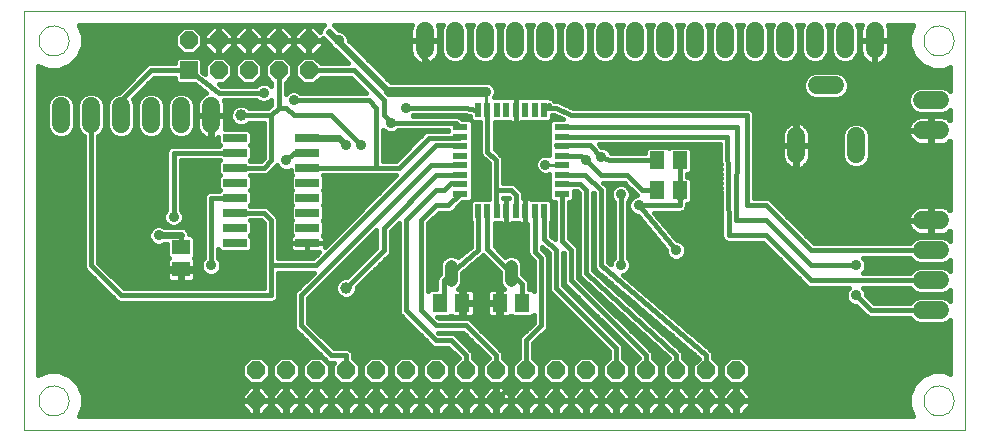
<source format=gbl>
G75*
%MOIN*%
%OFA0B0*%
%FSLAX24Y24*%
%IPPOS*%
%LPD*%
%AMOC8*
5,1,8,0,0,1.08239X$1,22.5*
%
%ADD10C,0.0000*%
%ADD11OC8,0.0600*%
%ADD12C,0.0600*%
%ADD13R,0.0800X0.0260*%
%ADD14R,0.0220X0.0500*%
%ADD15R,0.0500X0.0220*%
%ADD16R,0.0591X0.0512*%
%ADD17C,0.0440*%
%ADD18R,0.0512X0.0591*%
%ADD19R,0.0594X0.0594*%
%ADD20OC8,0.0594*%
%ADD21C,0.0160*%
%ADD22C,0.0357*%
%ADD23C,0.0100*%
%ADD24C,0.0320*%
%ADD25C,0.0240*%
%ADD26C,0.0396*%
D10*
X002288Y000180D02*
X002288Y014176D01*
X033658Y014176D01*
X033658Y000180D01*
X002288Y000180D01*
X002788Y001180D02*
X002790Y001224D01*
X002796Y001268D01*
X002806Y001311D01*
X002819Y001353D01*
X002836Y001394D01*
X002857Y001433D01*
X002881Y001470D01*
X002908Y001505D01*
X002938Y001537D01*
X002971Y001567D01*
X003007Y001593D01*
X003044Y001617D01*
X003084Y001636D01*
X003125Y001653D01*
X003168Y001665D01*
X003211Y001674D01*
X003255Y001679D01*
X003299Y001680D01*
X003343Y001677D01*
X003387Y001670D01*
X003430Y001659D01*
X003472Y001645D01*
X003512Y001627D01*
X003551Y001605D01*
X003587Y001581D01*
X003621Y001553D01*
X003653Y001522D01*
X003682Y001488D01*
X003708Y001452D01*
X003730Y001414D01*
X003749Y001374D01*
X003764Y001332D01*
X003776Y001290D01*
X003784Y001246D01*
X003788Y001202D01*
X003788Y001158D01*
X003784Y001114D01*
X003776Y001070D01*
X003764Y001028D01*
X003749Y000986D01*
X003730Y000946D01*
X003708Y000908D01*
X003682Y000872D01*
X003653Y000838D01*
X003621Y000807D01*
X003587Y000779D01*
X003551Y000755D01*
X003512Y000733D01*
X003472Y000715D01*
X003430Y000701D01*
X003387Y000690D01*
X003343Y000683D01*
X003299Y000680D01*
X003255Y000681D01*
X003211Y000686D01*
X003168Y000695D01*
X003125Y000707D01*
X003084Y000724D01*
X003044Y000743D01*
X003007Y000767D01*
X002971Y000793D01*
X002938Y000823D01*
X002908Y000855D01*
X002881Y000890D01*
X002857Y000927D01*
X002836Y000966D01*
X002819Y001007D01*
X002806Y001049D01*
X002796Y001092D01*
X002790Y001136D01*
X002788Y001180D01*
X002788Y013180D02*
X002790Y013224D01*
X002796Y013268D01*
X002806Y013311D01*
X002819Y013353D01*
X002836Y013394D01*
X002857Y013433D01*
X002881Y013470D01*
X002908Y013505D01*
X002938Y013537D01*
X002971Y013567D01*
X003007Y013593D01*
X003044Y013617D01*
X003084Y013636D01*
X003125Y013653D01*
X003168Y013665D01*
X003211Y013674D01*
X003255Y013679D01*
X003299Y013680D01*
X003343Y013677D01*
X003387Y013670D01*
X003430Y013659D01*
X003472Y013645D01*
X003512Y013627D01*
X003551Y013605D01*
X003587Y013581D01*
X003621Y013553D01*
X003653Y013522D01*
X003682Y013488D01*
X003708Y013452D01*
X003730Y013414D01*
X003749Y013374D01*
X003764Y013332D01*
X003776Y013290D01*
X003784Y013246D01*
X003788Y013202D01*
X003788Y013158D01*
X003784Y013114D01*
X003776Y013070D01*
X003764Y013028D01*
X003749Y012986D01*
X003730Y012946D01*
X003708Y012908D01*
X003682Y012872D01*
X003653Y012838D01*
X003621Y012807D01*
X003587Y012779D01*
X003551Y012755D01*
X003512Y012733D01*
X003472Y012715D01*
X003430Y012701D01*
X003387Y012690D01*
X003343Y012683D01*
X003299Y012680D01*
X003255Y012681D01*
X003211Y012686D01*
X003168Y012695D01*
X003125Y012707D01*
X003084Y012724D01*
X003044Y012743D01*
X003007Y012767D01*
X002971Y012793D01*
X002938Y012823D01*
X002908Y012855D01*
X002881Y012890D01*
X002857Y012927D01*
X002836Y012966D01*
X002819Y013007D01*
X002806Y013049D01*
X002796Y013092D01*
X002790Y013136D01*
X002788Y013180D01*
X032288Y013180D02*
X032290Y013224D01*
X032296Y013268D01*
X032306Y013311D01*
X032319Y013353D01*
X032336Y013394D01*
X032357Y013433D01*
X032381Y013470D01*
X032408Y013505D01*
X032438Y013537D01*
X032471Y013567D01*
X032507Y013593D01*
X032544Y013617D01*
X032584Y013636D01*
X032625Y013653D01*
X032668Y013665D01*
X032711Y013674D01*
X032755Y013679D01*
X032799Y013680D01*
X032843Y013677D01*
X032887Y013670D01*
X032930Y013659D01*
X032972Y013645D01*
X033012Y013627D01*
X033051Y013605D01*
X033087Y013581D01*
X033121Y013553D01*
X033153Y013522D01*
X033182Y013488D01*
X033208Y013452D01*
X033230Y013414D01*
X033249Y013374D01*
X033264Y013332D01*
X033276Y013290D01*
X033284Y013246D01*
X033288Y013202D01*
X033288Y013158D01*
X033284Y013114D01*
X033276Y013070D01*
X033264Y013028D01*
X033249Y012986D01*
X033230Y012946D01*
X033208Y012908D01*
X033182Y012872D01*
X033153Y012838D01*
X033121Y012807D01*
X033087Y012779D01*
X033051Y012755D01*
X033012Y012733D01*
X032972Y012715D01*
X032930Y012701D01*
X032887Y012690D01*
X032843Y012683D01*
X032799Y012680D01*
X032755Y012681D01*
X032711Y012686D01*
X032668Y012695D01*
X032625Y012707D01*
X032584Y012724D01*
X032544Y012743D01*
X032507Y012767D01*
X032471Y012793D01*
X032438Y012823D01*
X032408Y012855D01*
X032381Y012890D01*
X032357Y012927D01*
X032336Y012966D01*
X032319Y013007D01*
X032306Y013049D01*
X032296Y013092D01*
X032290Y013136D01*
X032288Y013180D01*
X032288Y001180D02*
X032290Y001224D01*
X032296Y001268D01*
X032306Y001311D01*
X032319Y001353D01*
X032336Y001394D01*
X032357Y001433D01*
X032381Y001470D01*
X032408Y001505D01*
X032438Y001537D01*
X032471Y001567D01*
X032507Y001593D01*
X032544Y001617D01*
X032584Y001636D01*
X032625Y001653D01*
X032668Y001665D01*
X032711Y001674D01*
X032755Y001679D01*
X032799Y001680D01*
X032843Y001677D01*
X032887Y001670D01*
X032930Y001659D01*
X032972Y001645D01*
X033012Y001627D01*
X033051Y001605D01*
X033087Y001581D01*
X033121Y001553D01*
X033153Y001522D01*
X033182Y001488D01*
X033208Y001452D01*
X033230Y001414D01*
X033249Y001374D01*
X033264Y001332D01*
X033276Y001290D01*
X033284Y001246D01*
X033288Y001202D01*
X033288Y001158D01*
X033284Y001114D01*
X033276Y001070D01*
X033264Y001028D01*
X033249Y000986D01*
X033230Y000946D01*
X033208Y000908D01*
X033182Y000872D01*
X033153Y000838D01*
X033121Y000807D01*
X033087Y000779D01*
X033051Y000755D01*
X033012Y000733D01*
X032972Y000715D01*
X032930Y000701D01*
X032887Y000690D01*
X032843Y000683D01*
X032799Y000680D01*
X032755Y000681D01*
X032711Y000686D01*
X032668Y000695D01*
X032625Y000707D01*
X032584Y000724D01*
X032544Y000743D01*
X032507Y000767D01*
X032471Y000793D01*
X032438Y000823D01*
X032408Y000855D01*
X032381Y000890D01*
X032357Y000927D01*
X032336Y000966D01*
X032319Y001007D01*
X032306Y001049D01*
X032296Y001092D01*
X032290Y001136D01*
X032288Y001180D01*
D11*
X026038Y001180D03*
X025038Y001180D03*
X024038Y001180D03*
X023038Y001180D03*
X022038Y001180D03*
X021038Y001180D03*
X020038Y001180D03*
X019038Y001180D03*
X018038Y001180D03*
X017038Y001180D03*
X016038Y001180D03*
X015038Y001180D03*
X014038Y001180D03*
X013038Y001180D03*
X012038Y001180D03*
X011038Y001180D03*
X010038Y001180D03*
X010038Y002180D03*
X011038Y002180D03*
X012038Y002180D03*
X013038Y002180D03*
X014038Y002180D03*
X015038Y002180D03*
X016038Y002180D03*
X017038Y002180D03*
X018038Y002180D03*
X019038Y002180D03*
X020038Y002180D03*
X021038Y002180D03*
X022038Y002180D03*
X023038Y002180D03*
X024038Y002180D03*
X025038Y002180D03*
X026038Y002180D03*
D12*
X032238Y004180D02*
X032838Y004180D01*
X032838Y005180D02*
X032238Y005180D01*
X032238Y006180D02*
X032838Y006180D01*
X032838Y007180D02*
X032238Y007180D01*
X030038Y009380D02*
X030038Y009980D01*
X028038Y009980D02*
X028038Y009380D01*
X032238Y010180D02*
X032838Y010180D01*
X032838Y011180D02*
X032238Y011180D01*
X029338Y011680D02*
X028738Y011680D01*
X028663Y012880D02*
X028663Y013480D01*
X027663Y013480D02*
X027663Y012880D01*
X026663Y012880D02*
X026663Y013480D01*
X025663Y013480D02*
X025663Y012880D01*
X024663Y012880D02*
X024663Y013480D01*
X023663Y013480D02*
X023663Y012880D01*
X022663Y012880D02*
X022663Y013480D01*
X021663Y013480D02*
X021663Y012880D01*
X020663Y012880D02*
X020663Y013480D01*
X019663Y013480D02*
X019663Y012880D01*
X018663Y012880D02*
X018663Y013480D01*
X017663Y013480D02*
X017663Y012880D01*
X016663Y012880D02*
X016663Y013480D01*
X015663Y013480D02*
X015663Y012880D01*
X008538Y010980D02*
X008538Y010380D01*
X007538Y010380D02*
X007538Y010980D01*
X006538Y010980D02*
X006538Y010380D01*
X005538Y010380D02*
X005538Y010980D01*
X004538Y010980D02*
X004538Y010380D01*
X003538Y010380D02*
X003538Y010980D01*
X029663Y012880D02*
X029663Y013480D01*
X030663Y013480D02*
X030663Y012880D01*
D13*
X011748Y009930D03*
X011748Y009430D03*
X011748Y008930D03*
X011748Y008430D03*
X011748Y007930D03*
X011748Y007430D03*
X011748Y006930D03*
X011748Y006430D03*
X009328Y006430D03*
X009328Y006930D03*
X009328Y007430D03*
X009328Y007930D03*
X009328Y008430D03*
X009328Y008930D03*
X009328Y009430D03*
X009328Y009930D03*
D14*
X017436Y010870D03*
X017751Y010870D03*
X018066Y010870D03*
X018381Y010870D03*
X018696Y010870D03*
X019011Y010870D03*
X019326Y010870D03*
X019641Y010870D03*
X019641Y007490D03*
X019326Y007490D03*
X019011Y007490D03*
X018696Y007490D03*
X018381Y007490D03*
X018066Y007490D03*
X017751Y007490D03*
X017436Y007490D03*
D15*
X016848Y008078D03*
X016848Y008393D03*
X016848Y008708D03*
X016848Y009023D03*
X016848Y009337D03*
X016848Y009652D03*
X016848Y009967D03*
X016848Y010282D03*
X020228Y010282D03*
X020228Y009967D03*
X020228Y009652D03*
X020228Y009337D03*
X020228Y009023D03*
X020228Y008708D03*
X020228Y008393D03*
X020228Y008078D03*
D16*
X007538Y006304D03*
X007538Y005556D03*
D17*
X016538Y005650D02*
X016538Y005210D01*
X018538Y005210D02*
X018538Y005650D01*
D18*
X018164Y004430D03*
X018912Y004430D03*
X016912Y004430D03*
X016164Y004430D03*
X023414Y008180D03*
X024162Y008180D03*
X024162Y009180D03*
X023414Y009180D03*
D19*
X007788Y012180D03*
D20*
X008788Y012180D03*
X009788Y012180D03*
X010788Y012180D03*
X011788Y012180D03*
X011788Y013180D03*
X010788Y013180D03*
X009788Y013180D03*
X008788Y013180D03*
X007788Y013180D03*
D21*
X008245Y013177D02*
X008770Y013177D01*
X008770Y013162D02*
X008312Y013162D01*
X008312Y012982D01*
X008591Y012703D01*
X008770Y012703D01*
X008770Y013162D01*
X008770Y013198D01*
X008312Y013198D01*
X008312Y013378D01*
X008591Y013657D01*
X008770Y013657D01*
X008770Y013198D01*
X008807Y013198D01*
X009265Y013198D01*
X009265Y013378D01*
X008986Y013657D01*
X008807Y013657D01*
X008807Y013198D01*
X008807Y013162D01*
X009265Y013162D01*
X009265Y012982D01*
X008986Y012703D01*
X008807Y012703D01*
X008807Y013162D01*
X008770Y013162D01*
X008807Y013177D02*
X009770Y013177D01*
X009770Y013162D02*
X009312Y013162D01*
X009312Y012982D01*
X009591Y012703D01*
X009770Y012703D01*
X009770Y013162D01*
X009770Y013198D01*
X009312Y013198D01*
X009312Y013378D01*
X009591Y013657D01*
X009770Y013657D01*
X009770Y013198D01*
X009807Y013198D01*
X010265Y013198D01*
X010265Y013378D01*
X009986Y013657D01*
X009807Y013657D01*
X009807Y013198D01*
X009807Y013162D01*
X010265Y013162D01*
X010265Y012982D01*
X009986Y012703D01*
X009807Y012703D01*
X009807Y013162D01*
X009770Y013162D01*
X009807Y013177D02*
X010770Y013177D01*
X010770Y013162D02*
X010312Y013162D01*
X010312Y012982D01*
X010591Y012703D01*
X010770Y012703D01*
X010770Y013162D01*
X010770Y013198D01*
X010312Y013198D01*
X010312Y013378D01*
X010591Y013657D01*
X010770Y013657D01*
X010770Y013198D01*
X010807Y013198D01*
X011265Y013198D01*
X011265Y013378D01*
X010986Y013657D01*
X010807Y013657D01*
X010807Y013198D01*
X010807Y013162D01*
X011265Y013162D01*
X011265Y012982D01*
X010986Y012703D01*
X010807Y012703D01*
X010807Y013162D01*
X010770Y013162D01*
X010807Y013177D02*
X011770Y013177D01*
X011770Y013162D02*
X011312Y013162D01*
X011312Y012982D01*
X011591Y012703D01*
X011770Y012703D01*
X011770Y013162D01*
X011770Y013198D01*
X011312Y013198D01*
X011312Y013378D01*
X011591Y013657D01*
X011770Y013657D01*
X011770Y013198D01*
X011807Y013198D01*
X012265Y013198D01*
X012265Y013267D01*
X012471Y013061D01*
X012501Y012988D01*
X012597Y012893D01*
X012669Y012863D01*
X013112Y012420D01*
X012194Y012420D01*
X011978Y012637D01*
X011599Y012637D01*
X011332Y012369D01*
X011332Y011991D01*
X011599Y011723D01*
X011978Y011723D01*
X012194Y011940D01*
X013189Y011940D01*
X013709Y011420D01*
X011527Y011420D01*
X011480Y011467D01*
X011356Y011518D01*
X011221Y011518D01*
X011097Y011467D01*
X011028Y011399D01*
X011028Y011774D01*
X011245Y011991D01*
X011245Y012369D01*
X010978Y012637D01*
X010599Y012637D01*
X010332Y012369D01*
X010332Y011991D01*
X010548Y011774D01*
X010548Y011649D01*
X010480Y011717D01*
X010356Y011768D01*
X010221Y011768D01*
X010097Y011717D01*
X010050Y011670D01*
X008868Y011670D01*
X008798Y011723D01*
X008978Y011723D01*
X009245Y011991D01*
X009245Y012369D01*
X008978Y012637D01*
X008599Y012637D01*
X008332Y012369D01*
X008332Y012073D01*
X008245Y012137D01*
X008245Y012543D01*
X008505Y012543D01*
X008347Y012385D02*
X008245Y012385D01*
X008245Y012543D02*
X008152Y012637D01*
X007425Y012637D01*
X007332Y012543D01*
X004037Y012543D01*
X004119Y012625D02*
X004268Y012985D01*
X004268Y013375D01*
X004135Y013696D01*
X012288Y013696D01*
X012221Y013629D01*
X012178Y013526D01*
X012178Y013464D01*
X011986Y013657D01*
X011807Y013657D01*
X011807Y013198D01*
X011807Y013162D01*
X012265Y013162D01*
X012265Y012982D01*
X011986Y012703D01*
X011807Y012703D01*
X011807Y013162D01*
X011770Y013162D01*
X011807Y013177D02*
X012355Y013177D01*
X012265Y013019D02*
X012489Y013019D01*
X012672Y012860D02*
X012143Y012860D01*
X011807Y012860D02*
X011770Y012860D01*
X011770Y013019D02*
X011807Y013019D01*
X011434Y012860D02*
X011143Y012860D01*
X011265Y013019D02*
X011312Y013019D01*
X010807Y013019D02*
X010770Y013019D01*
X010770Y012860D02*
X010807Y012860D01*
X010434Y012860D02*
X010143Y012860D01*
X010265Y013019D02*
X010312Y013019D01*
X009807Y013019D02*
X009770Y013019D01*
X009770Y012860D02*
X009807Y012860D01*
X009978Y012637D02*
X009599Y012637D01*
X009332Y012369D01*
X009332Y011991D01*
X009599Y011723D01*
X009978Y011723D01*
X010245Y011991D01*
X010245Y012369D01*
X009978Y012637D01*
X010071Y012543D02*
X010505Y012543D01*
X010347Y012385D02*
X010230Y012385D01*
X010245Y012226D02*
X010332Y012226D01*
X010332Y012068D02*
X010245Y012068D01*
X010788Y012180D02*
X010788Y010930D01*
X011038Y010930D01*
X011288Y010680D01*
X012538Y010680D01*
X013538Y009680D01*
X014278Y009690D02*
X015209Y009690D01*
X015050Y009532D02*
X014278Y009532D01*
X014278Y009373D02*
X014892Y009373D01*
X014733Y009215D02*
X014278Y009215D01*
X014278Y009170D02*
X014278Y010211D01*
X014347Y010143D01*
X014471Y010092D01*
X014606Y010092D01*
X014730Y010143D01*
X014777Y010190D01*
X016438Y010190D01*
X016438Y010170D01*
X015741Y010170D01*
X015652Y010133D01*
X015585Y010066D01*
X014689Y009170D01*
X014278Y009170D01*
X014038Y008930D02*
X014038Y010930D01*
X013788Y011180D01*
X011288Y011180D01*
X011063Y011434D02*
X011028Y011434D01*
X011028Y011592D02*
X013537Y011592D01*
X013695Y011434D02*
X011513Y011434D01*
X011572Y011751D02*
X011028Y011751D01*
X011163Y011909D02*
X011413Y011909D01*
X011332Y012068D02*
X011245Y012068D01*
X011245Y012226D02*
X011332Y012226D01*
X011347Y012385D02*
X011230Y012385D01*
X011071Y012543D02*
X011505Y012543D01*
X012071Y012543D02*
X012989Y012543D01*
X012831Y012702D02*
X004151Y012702D01*
X004119Y012625D02*
X003844Y012349D01*
X003483Y012200D01*
X003093Y012200D01*
X002768Y012335D01*
X002768Y002025D01*
X003093Y002160D01*
X003483Y002160D01*
X003844Y002011D01*
X004119Y001735D01*
X004268Y001375D01*
X004268Y000985D01*
X004134Y000660D01*
X031943Y000660D01*
X031808Y000985D01*
X031808Y001375D01*
X031958Y001735D01*
X032233Y002011D01*
X032593Y002160D01*
X032983Y002160D01*
X033178Y002079D01*
X033178Y003870D01*
X033099Y003790D01*
X032930Y003720D01*
X032147Y003720D01*
X031978Y003790D01*
X031848Y003919D01*
X031840Y003940D01*
X030491Y003940D01*
X030402Y003977D01*
X030335Y004044D01*
X030037Y004342D01*
X029971Y004342D01*
X029847Y004393D01*
X029751Y004488D01*
X029700Y004613D01*
X029700Y004747D01*
X029751Y004872D01*
X029820Y004940D01*
X028491Y004940D01*
X028402Y004977D01*
X028335Y005044D01*
X026939Y006440D01*
X025790Y006440D01*
X025743Y006439D01*
X025742Y006440D01*
X025741Y006440D01*
X025698Y006458D01*
X025655Y006475D01*
X025654Y006476D01*
X025652Y006477D01*
X025620Y006509D01*
X025586Y006542D01*
X025586Y006543D01*
X025585Y006544D01*
X025567Y006587D01*
X025549Y006630D01*
X025549Y006631D01*
X025548Y006632D01*
X025548Y006679D01*
X025514Y009727D01*
X021455Y009727D01*
X021539Y009643D01*
X021606Y009643D01*
X021730Y009592D01*
X021825Y009497D01*
X021857Y009420D01*
X022998Y009420D01*
X022998Y009542D01*
X023092Y009635D01*
X023737Y009635D01*
X023788Y009583D01*
X023840Y009635D01*
X024485Y009635D01*
X024578Y009542D01*
X024578Y008818D01*
X024485Y008725D01*
X024402Y008725D01*
X024402Y008635D01*
X024485Y008635D01*
X024578Y008542D01*
X024578Y007818D01*
X024485Y007725D01*
X024399Y007725D01*
X024398Y007678D01*
X024398Y007632D01*
X024398Y007630D01*
X024398Y007628D01*
X024379Y007586D01*
X024362Y007544D01*
X024360Y007543D01*
X024360Y007541D01*
X024327Y007509D01*
X024294Y007477D01*
X024293Y007476D01*
X024291Y007474D01*
X024248Y007458D01*
X024206Y007440D01*
X024204Y007440D01*
X024202Y007439D01*
X024156Y007440D01*
X023301Y007440D01*
X024069Y006518D01*
X024106Y006518D01*
X024230Y006467D01*
X024325Y006372D01*
X024377Y006247D01*
X024377Y006113D01*
X024325Y005988D01*
X024230Y005893D01*
X024106Y005842D01*
X023971Y005842D01*
X023847Y005893D01*
X023751Y005988D01*
X023700Y006113D01*
X023700Y006211D01*
X022758Y007342D01*
X022721Y007342D01*
X022597Y007393D01*
X022501Y007488D01*
X022450Y007613D01*
X022450Y007747D01*
X022501Y007872D01*
X022597Y007967D01*
X022721Y008018D01*
X022731Y008018D01*
X022309Y008440D01*
X021618Y008440D01*
X021674Y008383D01*
X021674Y008383D01*
X021742Y008316D01*
X021778Y008228D01*
X021778Y005790D01*
X021860Y005720D01*
X021860Y005762D01*
X021911Y005887D01*
X021958Y005934D01*
X021958Y007811D01*
X021911Y007858D01*
X021860Y007983D01*
X021860Y008117D01*
X021911Y008242D01*
X022007Y008337D01*
X022131Y008388D01*
X022266Y008388D01*
X022390Y008337D01*
X022485Y008242D01*
X022537Y008117D01*
X022537Y007983D01*
X022485Y007858D01*
X022438Y007811D01*
X022438Y005934D01*
X022485Y005887D01*
X022537Y005762D01*
X022537Y005628D01*
X022485Y005503D01*
X022390Y005408D01*
X022278Y005362D01*
X025166Y002887D01*
X025174Y002883D01*
X025202Y002856D01*
X025231Y002831D01*
X025235Y002823D01*
X025242Y002816D01*
X025257Y002780D01*
X025274Y002746D01*
X025275Y002737D01*
X025278Y002728D01*
X025278Y002689D01*
X025281Y002651D01*
X025278Y002642D01*
X025278Y002591D01*
X025498Y002371D01*
X025498Y001989D01*
X025229Y001720D01*
X024848Y001720D01*
X024578Y001989D01*
X024578Y002371D01*
X024787Y002579D01*
X021411Y005473D01*
X021402Y005477D01*
X021375Y005504D01*
X021346Y005529D01*
X021342Y005537D01*
X021335Y005544D01*
X021320Y005580D01*
X021303Y005614D01*
X021302Y005623D01*
X021298Y005632D01*
X021298Y005671D01*
X021295Y005709D01*
X021298Y005718D01*
X021298Y008081D01*
X021278Y008101D01*
X021278Y005536D01*
X024169Y002886D01*
X024174Y002883D01*
X024204Y002853D01*
X024236Y002825D01*
X024238Y002820D01*
X024242Y002816D01*
X024258Y002777D01*
X024276Y002738D01*
X024276Y002733D01*
X024278Y002728D01*
X024278Y002685D01*
X024280Y002643D01*
X024278Y002638D01*
X024278Y002591D01*
X024498Y002371D01*
X024498Y001989D01*
X024229Y001720D01*
X023848Y001720D01*
X023578Y001989D01*
X023578Y002371D01*
X023790Y002582D01*
X020907Y005224D01*
X020902Y005227D01*
X020872Y005257D01*
X020841Y005285D01*
X020839Y005290D01*
X020835Y005294D01*
X020819Y005333D01*
X020801Y005372D01*
X020800Y005377D01*
X020798Y005382D01*
X020798Y005425D01*
X020797Y005467D01*
X020798Y005472D01*
X020798Y008081D01*
X020726Y008153D01*
X020638Y008153D01*
X020638Y007901D01*
X020545Y007808D01*
X020468Y007808D01*
X020468Y006589D01*
X020674Y006383D01*
X020742Y006316D01*
X020778Y006228D01*
X020778Y005279D01*
X023174Y002883D01*
X023242Y002816D01*
X023278Y002728D01*
X023278Y002591D01*
X023498Y002371D01*
X023498Y001989D01*
X023229Y001720D01*
X022848Y001720D01*
X022578Y001989D01*
X022578Y002371D01*
X022793Y002586D01*
X020335Y005044D01*
X020298Y005132D01*
X020298Y006081D01*
X020278Y006101D01*
X020278Y005029D01*
X022174Y003133D01*
X022242Y003066D01*
X022278Y002978D01*
X022278Y002591D01*
X022498Y002371D01*
X022498Y001989D01*
X022229Y001720D01*
X021848Y001720D01*
X021578Y001989D01*
X021578Y002371D01*
X021798Y002591D01*
X021798Y002831D01*
X019835Y004794D01*
X019798Y004882D01*
X019798Y006081D01*
X019566Y006313D01*
X019566Y006242D01*
X019674Y006133D01*
X019742Y006066D01*
X019778Y005978D01*
X019778Y003632D01*
X019742Y003544D01*
X019278Y003081D01*
X019278Y002591D01*
X019498Y002371D01*
X019498Y001989D01*
X019229Y001720D01*
X018848Y001720D01*
X018578Y001989D01*
X018578Y002371D01*
X018798Y002591D01*
X018798Y003228D01*
X018835Y003316D01*
X018902Y003383D01*
X019298Y003779D01*
X019298Y004039D01*
X019235Y003975D01*
X018590Y003975D01*
X018553Y004012D01*
X018531Y003991D01*
X018490Y003967D01*
X018444Y003955D01*
X018212Y003955D01*
X018212Y004382D01*
X018116Y004382D01*
X017728Y004382D01*
X017728Y004111D01*
X017741Y004065D01*
X017764Y004024D01*
X017798Y003991D01*
X017839Y003967D01*
X017885Y003955D01*
X018116Y003955D01*
X018116Y004382D01*
X018116Y004478D01*
X017728Y004478D01*
X017728Y004749D01*
X017741Y004795D01*
X017764Y004836D01*
X017798Y004869D01*
X017839Y004893D01*
X017885Y004905D01*
X018116Y004905D01*
X018116Y004478D01*
X018212Y004478D01*
X018212Y004905D01*
X018306Y004905D01*
X018216Y004995D01*
X018158Y005134D01*
X018158Y005471D01*
X017601Y006028D01*
X017599Y006027D01*
X017572Y005999D01*
X017563Y005996D01*
X016918Y005440D01*
X016918Y005134D01*
X016861Y004995D01*
X016771Y004905D01*
X016864Y004905D01*
X016864Y004478D01*
X016960Y004478D01*
X016960Y004905D01*
X017192Y004905D01*
X017238Y004893D01*
X017279Y004869D01*
X017312Y004836D01*
X017336Y004795D01*
X017348Y004749D01*
X017348Y004478D01*
X016960Y004478D01*
X016960Y004382D01*
X016960Y003955D01*
X017192Y003955D01*
X017238Y003967D01*
X017279Y003991D01*
X017312Y004024D01*
X017336Y004065D01*
X017348Y004111D01*
X017348Y004382D01*
X016960Y004382D01*
X016864Y004382D01*
X016864Y003955D01*
X016633Y003955D01*
X016587Y003967D01*
X016546Y003991D01*
X016524Y004012D01*
X016487Y003975D01*
X016083Y003975D01*
X016138Y003920D01*
X017086Y003920D01*
X017174Y003883D01*
X017242Y003816D01*
X018242Y002816D01*
X018278Y002728D01*
X018278Y002591D01*
X018498Y002371D01*
X018498Y001989D01*
X018229Y001720D01*
X017848Y001720D01*
X017578Y001989D01*
X017578Y002371D01*
X017793Y002586D01*
X016939Y003440D01*
X016118Y003440D01*
X016138Y003420D01*
X016586Y003420D01*
X016674Y003383D01*
X016742Y003316D01*
X017242Y002816D01*
X017278Y002728D01*
X017278Y002591D01*
X017498Y002371D01*
X017498Y001989D01*
X017229Y001720D01*
X016848Y001720D01*
X016578Y001989D01*
X016578Y002371D01*
X016793Y002586D01*
X016439Y002940D01*
X015991Y002940D01*
X015902Y002977D01*
X014835Y004044D01*
X014798Y004132D01*
X014798Y007101D01*
X014528Y006831D01*
X014528Y006132D01*
X014492Y006044D01*
X014424Y005977D01*
X013396Y004949D01*
X013396Y004859D01*
X013342Y004727D01*
X013241Y004626D01*
X013110Y004572D01*
X012967Y004572D01*
X012836Y004626D01*
X012735Y004727D01*
X012680Y004859D01*
X012680Y005001D01*
X012735Y005133D01*
X012836Y005234D01*
X012967Y005288D01*
X013057Y005288D01*
X014048Y006279D01*
X014048Y006851D01*
X011778Y004581D01*
X011778Y003779D01*
X012638Y002920D01*
X013086Y002920D01*
X013174Y002883D01*
X013242Y002816D01*
X013278Y002728D01*
X013278Y002591D01*
X013498Y002371D01*
X013498Y001989D01*
X013229Y001720D01*
X012848Y001720D01*
X012578Y001989D01*
X012578Y002371D01*
X012648Y002440D01*
X012491Y002440D01*
X012402Y002477D01*
X012335Y002544D01*
X012335Y002544D01*
X011335Y003544D01*
X011298Y003632D01*
X011298Y004728D01*
X011335Y004816D01*
X011402Y004883D01*
X011402Y004883D01*
X011959Y005440D01*
X010778Y005440D01*
X010778Y004632D01*
X010742Y004544D01*
X010674Y004477D01*
X010586Y004440D01*
X005491Y004440D01*
X005402Y004477D01*
X005335Y004544D01*
X004335Y005544D01*
X004298Y005632D01*
X004298Y009982D01*
X004278Y009990D01*
X004148Y010119D01*
X004078Y010288D01*
X004078Y011071D01*
X004148Y011241D01*
X004278Y011370D01*
X004447Y011440D01*
X004630Y011440D01*
X004799Y011370D01*
X004928Y011241D01*
X004998Y011071D01*
X004998Y010288D01*
X004928Y010119D01*
X004799Y009990D01*
X004778Y009982D01*
X004778Y005779D01*
X005638Y004920D01*
X010298Y004920D01*
X010298Y007081D01*
X010189Y007190D01*
X009845Y007190D01*
X009835Y007180D01*
X009888Y007126D01*
X009888Y006734D01*
X009835Y006680D01*
X009888Y006626D01*
X009888Y006234D01*
X009795Y006140D01*
X008862Y006140D01*
X008778Y006224D01*
X008778Y005919D01*
X008825Y005872D01*
X008877Y005747D01*
X008877Y005613D01*
X008825Y005488D01*
X008730Y005393D01*
X008606Y005342D01*
X008471Y005342D01*
X008347Y005393D01*
X008251Y005488D01*
X008200Y005613D01*
X008200Y005747D01*
X008251Y005872D01*
X008298Y005919D01*
X008298Y007978D01*
X008335Y008066D01*
X008402Y008133D01*
X008491Y008170D01*
X008812Y008170D01*
X008822Y008180D01*
X008768Y008234D01*
X008768Y008626D01*
X008822Y008680D01*
X008768Y008734D01*
X008768Y009126D01*
X008822Y009180D01*
X008812Y009190D01*
X007528Y009190D01*
X007528Y007544D01*
X007575Y007497D01*
X007627Y007372D01*
X007627Y007238D01*
X007575Y007113D01*
X007480Y007018D01*
X007356Y006967D01*
X007221Y006967D01*
X007097Y007018D01*
X007001Y007113D01*
X006950Y007238D01*
X006950Y007372D01*
X007001Y007497D01*
X007048Y007544D01*
X007048Y009478D01*
X007085Y009566D01*
X007152Y009633D01*
X007241Y009670D01*
X008812Y009670D01*
X008822Y009680D01*
X008768Y009734D01*
X008768Y009958D01*
X008723Y009935D01*
X008651Y009912D01*
X008576Y009900D01*
X008558Y009900D01*
X008558Y010660D01*
X008518Y010660D01*
X008058Y010660D01*
X008058Y010342D01*
X008070Y010268D01*
X008094Y010196D01*
X008128Y010128D01*
X008172Y010067D01*
X008226Y010014D01*
X008287Y009969D01*
X008354Y009935D01*
X008426Y009912D01*
X008501Y009900D01*
X008518Y009900D01*
X008518Y010660D01*
X008518Y010700D01*
X008058Y010700D01*
X008058Y011018D01*
X008070Y011092D01*
X008094Y011164D01*
X008128Y011232D01*
X008172Y011293D01*
X008226Y011346D01*
X008287Y011391D01*
X008354Y011425D01*
X008383Y011434D01*
X007998Y011723D01*
X007425Y011723D01*
X007332Y011817D01*
X007332Y011940D01*
X006638Y011940D01*
X005931Y011233D01*
X005998Y011071D01*
X005998Y010288D01*
X005928Y010119D01*
X005799Y009990D01*
X005630Y009920D01*
X005447Y009920D01*
X005278Y009990D01*
X005148Y010119D01*
X005078Y010288D01*
X005078Y011071D01*
X005148Y011241D01*
X005278Y011370D01*
X005447Y011440D01*
X005459Y011440D01*
X006335Y012316D01*
X006335Y012316D01*
X006402Y012383D01*
X006491Y012420D01*
X007332Y012420D01*
X007332Y012543D01*
X007599Y012723D02*
X007978Y012723D01*
X008245Y012991D01*
X008245Y013369D01*
X007978Y013637D01*
X007599Y013637D01*
X007332Y013369D01*
X007332Y012991D01*
X007599Y012723D01*
X007462Y012860D02*
X004217Y012860D01*
X004268Y013019D02*
X007332Y013019D01*
X007332Y013177D02*
X004268Y013177D01*
X004268Y013336D02*
X007332Y013336D01*
X007456Y013494D02*
X004219Y013494D01*
X004153Y013653D02*
X008587Y013653D01*
X008770Y013653D02*
X008807Y013653D01*
X008990Y013653D02*
X009587Y013653D01*
X009770Y013653D02*
X009807Y013653D01*
X009990Y013653D02*
X010587Y013653D01*
X010770Y013653D02*
X010807Y013653D01*
X010990Y013653D02*
X011587Y013653D01*
X011770Y013653D02*
X011807Y013653D01*
X011990Y013653D02*
X012245Y013653D01*
X012628Y013696D02*
X012806Y013518D01*
X012856Y013518D01*
X012980Y013467D01*
X013075Y013372D01*
X013127Y013247D01*
X013127Y013198D01*
X014534Y011790D01*
X017587Y011790D01*
X017631Y011808D01*
X017766Y011808D01*
X017890Y011757D01*
X017985Y011662D01*
X018037Y011537D01*
X018037Y011403D01*
X017986Y011280D01*
X018503Y011280D01*
X018516Y011288D01*
X018562Y011300D01*
X018696Y011300D01*
X018696Y010870D01*
X018696Y010870D01*
X018696Y010440D01*
X018830Y010440D01*
X018875Y010452D01*
X018889Y010460D01*
X019817Y010460D01*
X019911Y010554D01*
X019911Y010690D01*
X019982Y010690D01*
X020257Y010552D01*
X019912Y010552D01*
X019818Y010459D01*
X019818Y009780D01*
X019808Y009762D01*
X019805Y009744D01*
X019798Y009728D01*
X019798Y009697D01*
X019794Y009667D01*
X019798Y009650D01*
X019798Y009632D01*
X019810Y009604D01*
X019818Y009575D01*
X019818Y009574D01*
X019818Y009348D01*
X019746Y009378D01*
X019611Y009378D01*
X019487Y009327D01*
X019391Y009232D01*
X019340Y009107D01*
X019340Y008973D01*
X019391Y008848D01*
X019487Y008753D01*
X019611Y008702D01*
X019746Y008702D01*
X019818Y008732D01*
X019818Y007901D01*
X019912Y007808D01*
X019988Y007808D01*
X019988Y006569D01*
X019881Y006677D01*
X019881Y007144D01*
X019911Y007174D01*
X019911Y007806D01*
X019817Y007900D01*
X019204Y007900D01*
X019190Y007908D01*
X019145Y007920D01*
X019011Y007920D01*
X019011Y007490D01*
X019011Y007060D01*
X019086Y007060D01*
X019086Y006095D01*
X019122Y006007D01*
X019298Y005831D01*
X019298Y004821D01*
X019235Y004885D01*
X019152Y004885D01*
X019152Y005104D01*
X019116Y005192D01*
X018918Y005389D01*
X018918Y005726D01*
X018861Y005865D01*
X018754Y005972D01*
X018614Y006030D01*
X018463Y006030D01*
X018332Y005976D01*
X017991Y006317D01*
X017991Y007080D01*
X018188Y007080D01*
X018201Y007072D01*
X018247Y007060D01*
X018381Y007060D01*
X018515Y007060D01*
X018560Y007072D01*
X018574Y007080D01*
X018818Y007080D01*
X018831Y007072D01*
X018877Y007060D01*
X019011Y007060D01*
X019011Y007490D01*
X019011Y007490D01*
X019011Y007490D01*
X019011Y007920D01*
X018936Y007920D01*
X018936Y008070D01*
X018899Y008158D01*
X018674Y008383D01*
X018586Y008420D01*
X018278Y008420D01*
X018278Y009228D01*
X018242Y009316D01*
X018174Y009383D01*
X017991Y009567D01*
X017991Y010460D01*
X018503Y010460D01*
X018516Y010452D01*
X018562Y010440D01*
X018696Y010440D01*
X018696Y010870D01*
X018696Y010870D01*
X018696Y011300D01*
X018830Y011300D01*
X018875Y011288D01*
X018889Y011280D01*
X019817Y011280D01*
X019842Y011255D01*
X019924Y011221D01*
X019975Y011170D01*
X019999Y011170D01*
X020008Y011173D01*
X020047Y011170D01*
X020086Y011170D01*
X020094Y011167D01*
X020103Y011166D01*
X020138Y011148D01*
X020174Y011133D01*
X020181Y011127D01*
X020595Y010920D01*
X026461Y010920D01*
X026549Y010883D01*
X026617Y010816D01*
X026653Y010728D01*
X026653Y007920D01*
X027086Y007920D01*
X027174Y007883D01*
X028638Y006420D01*
X031840Y006420D01*
X031848Y006441D01*
X031978Y006570D01*
X032147Y006640D01*
X032930Y006640D01*
X033099Y006570D01*
X033178Y006490D01*
X033178Y006841D01*
X033151Y006814D01*
X033090Y006769D01*
X033023Y006735D01*
X032951Y006712D01*
X032876Y006700D01*
X032558Y006700D01*
X032558Y007160D01*
X032518Y007160D01*
X031758Y007160D01*
X031758Y007142D01*
X031770Y007068D01*
X031794Y006996D01*
X031828Y006928D01*
X031872Y006867D01*
X031926Y006814D01*
X031987Y006769D01*
X032054Y006735D01*
X032126Y006712D01*
X032201Y006700D01*
X032518Y006700D01*
X032518Y007160D01*
X032518Y007200D01*
X031758Y007200D01*
X031758Y007218D01*
X031770Y007292D01*
X031794Y007364D01*
X031828Y007432D01*
X031872Y007493D01*
X031926Y007546D01*
X031987Y007591D01*
X032054Y007625D01*
X032126Y007648D01*
X032201Y007660D01*
X032518Y007660D01*
X032518Y007200D01*
X032558Y007200D01*
X032558Y007660D01*
X032876Y007660D01*
X032951Y007648D01*
X033023Y007625D01*
X033090Y007591D01*
X033151Y007546D01*
X033178Y007519D01*
X033178Y009841D01*
X033151Y009814D01*
X033090Y009769D01*
X033023Y009735D01*
X032951Y009712D01*
X032876Y009700D01*
X032558Y009700D01*
X032558Y010160D01*
X032518Y010160D01*
X031758Y010160D01*
X031758Y010142D01*
X031770Y010068D01*
X031794Y009996D01*
X031828Y009928D01*
X031872Y009867D01*
X031926Y009814D01*
X031987Y009769D01*
X032054Y009735D01*
X032126Y009712D01*
X032201Y009700D01*
X032518Y009700D01*
X032518Y010160D01*
X032518Y010200D01*
X031758Y010200D01*
X031758Y010218D01*
X031770Y010292D01*
X031794Y010364D01*
X031828Y010432D01*
X031872Y010493D01*
X031926Y010546D01*
X031987Y010591D01*
X032054Y010625D01*
X032126Y010648D01*
X032201Y010660D01*
X032518Y010660D01*
X032518Y010200D01*
X032558Y010200D01*
X032558Y010660D01*
X032876Y010660D01*
X032951Y010648D01*
X033023Y010625D01*
X033090Y010591D01*
X033151Y010546D01*
X033178Y010519D01*
X033178Y010870D01*
X033099Y010790D01*
X032930Y010720D01*
X032147Y010720D01*
X031978Y010790D01*
X031848Y010919D01*
X031778Y011088D01*
X031778Y011271D01*
X031848Y011441D01*
X031978Y011570D01*
X032147Y011640D01*
X032930Y011640D01*
X033099Y011570D01*
X033178Y011490D01*
X033178Y012281D01*
X032983Y012200D01*
X032593Y012200D01*
X032233Y012349D01*
X031958Y012625D01*
X031808Y012985D01*
X031808Y013375D01*
X031941Y013696D01*
X031092Y013696D01*
X031108Y013664D01*
X031132Y013592D01*
X031143Y013518D01*
X031143Y013200D01*
X030683Y013200D01*
X030683Y013160D01*
X030683Y012400D01*
X030701Y012400D01*
X030776Y012412D01*
X030848Y012435D01*
X030915Y012469D01*
X030976Y012514D01*
X031030Y012567D01*
X031074Y012628D01*
X031108Y012696D01*
X031132Y012768D01*
X031143Y012842D01*
X031143Y013160D01*
X030683Y013160D01*
X030643Y013160D01*
X030183Y013160D01*
X030183Y012842D01*
X030195Y012768D01*
X030219Y012696D01*
X030253Y012628D01*
X030297Y012567D01*
X030351Y012514D01*
X030412Y012469D01*
X030479Y012435D01*
X030551Y012412D01*
X030626Y012400D01*
X030643Y012400D01*
X030643Y013160D01*
X030643Y013200D01*
X030183Y013200D01*
X030183Y013518D01*
X030195Y013592D01*
X030219Y013664D01*
X030235Y013696D01*
X030072Y013696D01*
X030123Y013571D01*
X030123Y012788D01*
X030053Y012619D01*
X029924Y012490D01*
X029755Y012420D01*
X029572Y012420D01*
X029403Y012490D01*
X029273Y012619D01*
X029203Y012788D01*
X029203Y013571D01*
X029255Y013696D01*
X029072Y013696D01*
X029123Y013571D01*
X029123Y012788D01*
X029053Y012619D01*
X028924Y012490D01*
X028755Y012420D01*
X028572Y012420D01*
X028403Y012490D01*
X028273Y012619D01*
X028203Y012788D01*
X028203Y013571D01*
X028255Y013696D01*
X028072Y013696D01*
X028123Y013571D01*
X028123Y012788D01*
X028053Y012619D01*
X027924Y012490D01*
X027755Y012420D01*
X027572Y012420D01*
X027403Y012490D01*
X027273Y012619D01*
X027203Y012788D01*
X027203Y013571D01*
X027255Y013696D01*
X027072Y013696D01*
X027123Y013571D01*
X027123Y012788D01*
X027053Y012619D01*
X026924Y012490D01*
X026755Y012420D01*
X026572Y012420D01*
X026403Y012490D01*
X026273Y012619D01*
X026203Y012788D01*
X026203Y013571D01*
X026255Y013696D01*
X026072Y013696D01*
X026123Y013571D01*
X026123Y012788D01*
X026053Y012619D01*
X025924Y012490D01*
X025755Y012420D01*
X025572Y012420D01*
X025403Y012490D01*
X025273Y012619D01*
X025203Y012788D01*
X025203Y013571D01*
X025255Y013696D01*
X025072Y013696D01*
X025123Y013571D01*
X025123Y012788D01*
X025053Y012619D01*
X024924Y012490D01*
X024755Y012420D01*
X024572Y012420D01*
X024403Y012490D01*
X024273Y012619D01*
X024203Y012788D01*
X024203Y013571D01*
X024255Y013696D01*
X024072Y013696D01*
X024123Y013571D01*
X024123Y012788D01*
X024053Y012619D01*
X023924Y012490D01*
X023755Y012420D01*
X023572Y012420D01*
X023403Y012490D01*
X023273Y012619D01*
X023203Y012788D01*
X023203Y013571D01*
X023255Y013696D01*
X023072Y013696D01*
X023123Y013571D01*
X023123Y012788D01*
X023053Y012619D01*
X022924Y012490D01*
X022755Y012420D01*
X022572Y012420D01*
X022403Y012490D01*
X022273Y012619D01*
X022203Y012788D01*
X022203Y013571D01*
X022255Y013696D01*
X022072Y013696D01*
X022123Y013571D01*
X022123Y012788D01*
X022053Y012619D01*
X021924Y012490D01*
X021755Y012420D01*
X021572Y012420D01*
X021403Y012490D01*
X021273Y012619D01*
X021203Y012788D01*
X021203Y013571D01*
X021255Y013696D01*
X021072Y013696D01*
X021123Y013571D01*
X021123Y012788D01*
X021053Y012619D01*
X020924Y012490D01*
X020755Y012420D01*
X020572Y012420D01*
X020403Y012490D01*
X020273Y012619D01*
X020203Y012788D01*
X020203Y013571D01*
X020255Y013696D01*
X020072Y013696D01*
X020123Y013571D01*
X020123Y012788D01*
X020053Y012619D01*
X019924Y012490D01*
X019755Y012420D01*
X019572Y012420D01*
X019403Y012490D01*
X019273Y012619D01*
X019203Y012788D01*
X019203Y013571D01*
X019255Y013696D01*
X019072Y013696D01*
X019123Y013571D01*
X019123Y012788D01*
X019053Y012619D01*
X018924Y012490D01*
X018755Y012420D01*
X018572Y012420D01*
X018403Y012490D01*
X018273Y012619D01*
X018203Y012788D01*
X018203Y013571D01*
X018255Y013696D01*
X018072Y013696D01*
X018123Y013571D01*
X018123Y012788D01*
X018053Y012619D01*
X017924Y012490D01*
X017755Y012420D01*
X017572Y012420D01*
X017403Y012490D01*
X017273Y012619D01*
X017203Y012788D01*
X017203Y013571D01*
X017255Y013696D01*
X017072Y013696D01*
X017123Y013571D01*
X017123Y012788D01*
X017053Y012619D01*
X016924Y012490D01*
X016755Y012420D01*
X016572Y012420D01*
X016403Y012490D01*
X016273Y012619D01*
X016203Y012788D01*
X016203Y013571D01*
X016255Y013696D01*
X016092Y013696D01*
X016108Y013664D01*
X016132Y013592D01*
X016143Y013518D01*
X016143Y013200D01*
X015683Y013200D01*
X015683Y013160D01*
X015683Y012400D01*
X015701Y012400D01*
X015776Y012412D01*
X015848Y012435D01*
X015915Y012469D01*
X015976Y012514D01*
X016030Y012567D01*
X016074Y012628D01*
X016108Y012696D01*
X016132Y012768D01*
X016143Y012842D01*
X016143Y013160D01*
X015683Y013160D01*
X015643Y013160D01*
X015183Y013160D01*
X015183Y012842D01*
X015195Y012768D01*
X015219Y012696D01*
X015253Y012628D01*
X015297Y012567D01*
X015351Y012514D01*
X015412Y012469D01*
X015479Y012435D01*
X015551Y012412D01*
X015626Y012400D01*
X015643Y012400D01*
X015643Y013160D01*
X015643Y013200D01*
X015183Y013200D01*
X015183Y013518D01*
X015195Y013592D01*
X015219Y013664D01*
X015235Y013696D01*
X012628Y013696D01*
X012672Y013653D02*
X015215Y013653D01*
X015183Y013494D02*
X012915Y013494D01*
X013090Y013336D02*
X015183Y013336D01*
X015183Y013019D02*
X013306Y013019D01*
X013147Y013177D02*
X015643Y013177D01*
X015663Y013180D02*
X015538Y012680D01*
X016038Y012180D01*
X017788Y012180D01*
X019038Y012180D01*
X018688Y011830D01*
X018688Y011110D01*
X018696Y011117D02*
X018696Y011117D01*
X018696Y011275D02*
X018696Y011275D01*
X018696Y010958D02*
X018696Y010958D01*
X018688Y010840D02*
X018688Y008410D01*
X018958Y008140D01*
X018958Y008010D01*
X018936Y007947D02*
X019818Y007947D01*
X019818Y008105D02*
X018921Y008105D01*
X018794Y008264D02*
X019818Y008264D01*
X019818Y008422D02*
X018278Y008422D01*
X018278Y008581D02*
X019818Y008581D01*
X019521Y008739D02*
X018278Y008739D01*
X018278Y008898D02*
X019371Y008898D01*
X019340Y009056D02*
X018278Y009056D01*
X018278Y009215D02*
X019384Y009215D01*
X019598Y009373D02*
X018185Y009373D01*
X018026Y009532D02*
X019818Y009532D01*
X019818Y009373D02*
X019759Y009373D01*
X020228Y009337D02*
X020881Y009337D01*
X021038Y009180D01*
X021538Y008680D01*
X022408Y008680D01*
X022908Y008180D01*
X023414Y008180D01*
X024162Y008180D02*
X024162Y009180D01*
X024578Y009215D02*
X025520Y009215D01*
X025518Y009373D02*
X024578Y009373D01*
X024578Y009532D02*
X025516Y009532D01*
X025514Y009690D02*
X021493Y009690D01*
X021163Y009680D02*
X021538Y009305D01*
X021788Y009180D01*
X023414Y009180D01*
X022998Y009532D02*
X021790Y009532D01*
X021163Y009680D02*
X020038Y009680D01*
X020228Y009652D01*
X019797Y009690D02*
X017991Y009690D01*
X017991Y009849D02*
X019818Y009849D01*
X019818Y010007D02*
X017991Y010007D01*
X017991Y010166D02*
X019818Y010166D01*
X019818Y010324D02*
X017991Y010324D01*
X017511Y010324D02*
X017258Y010324D01*
X017258Y010459D02*
X017165Y010552D01*
X016918Y010552D01*
X016837Y010633D01*
X016748Y010670D01*
X015257Y010670D01*
X015277Y010690D01*
X017015Y010690D01*
X017166Y010661D01*
X017166Y010554D01*
X017260Y010460D01*
X017511Y010460D01*
X017511Y009420D01*
X017548Y009331D01*
X017798Y009081D01*
X017798Y007900D01*
X017260Y007900D01*
X017166Y007806D01*
X017166Y007174D01*
X017196Y007144D01*
X017196Y006313D01*
X016775Y005951D01*
X016754Y005972D01*
X016614Y006030D01*
X016463Y006030D01*
X016323Y005972D01*
X016216Y005865D01*
X016158Y005726D01*
X016158Y005389D01*
X016085Y005316D01*
X016048Y005228D01*
X016048Y004885D01*
X015842Y004885D01*
X015778Y004821D01*
X015778Y007081D01*
X016138Y007440D01*
X016498Y007440D01*
X016587Y007477D01*
X016918Y007808D01*
X017165Y007808D01*
X017258Y007901D01*
X017258Y010459D01*
X017237Y010483D02*
X017235Y010483D01*
X017166Y010641D02*
X016818Y010641D01*
X016701Y010430D02*
X016848Y010282D01*
X016701Y010430D02*
X014538Y010430D01*
X014288Y010680D01*
X014288Y011180D01*
X013288Y012180D01*
X011788Y012180D01*
X012163Y011909D02*
X013220Y011909D01*
X013378Y011751D02*
X012005Y011751D01*
X010548Y011751D02*
X010399Y011751D01*
X010413Y011909D02*
X010163Y011909D01*
X010178Y011751D02*
X010005Y011751D01*
X009572Y011751D02*
X009005Y011751D01*
X009163Y011909D02*
X009413Y011909D01*
X009332Y012068D02*
X009245Y012068D01*
X009245Y012226D02*
X009332Y012226D01*
X009347Y012385D02*
X009230Y012385D01*
X009071Y012543D02*
X009505Y012543D01*
X009434Y012860D02*
X009143Y012860D01*
X009265Y013019D02*
X009312Y013019D01*
X008807Y013019D02*
X008770Y013019D01*
X008770Y012860D02*
X008807Y012860D01*
X008434Y012860D02*
X008114Y012860D01*
X008245Y013019D02*
X008312Y013019D01*
X008312Y013336D02*
X008245Y013336D01*
X008120Y013494D02*
X008428Y013494D01*
X008770Y013494D02*
X008807Y013494D01*
X008807Y013336D02*
X008770Y013336D01*
X009149Y013494D02*
X009428Y013494D01*
X009312Y013336D02*
X009265Y013336D01*
X009770Y013336D02*
X009807Y013336D01*
X009807Y013494D02*
X009770Y013494D01*
X010149Y013494D02*
X010428Y013494D01*
X010312Y013336D02*
X010265Y013336D01*
X010770Y013336D02*
X010807Y013336D01*
X010807Y013494D02*
X010770Y013494D01*
X011149Y013494D02*
X011428Y013494D01*
X011312Y013336D02*
X011265Y013336D01*
X011770Y013336D02*
X011807Y013336D01*
X011807Y013494D02*
X011770Y013494D01*
X012149Y013494D02*
X012178Y013494D01*
X012768Y013160D02*
X012788Y013180D01*
X013464Y012860D02*
X015183Y012860D01*
X015217Y012702D02*
X013623Y012702D01*
X013781Y012543D02*
X015322Y012543D01*
X015643Y012543D02*
X015683Y012543D01*
X015683Y012702D02*
X015643Y012702D01*
X015643Y012860D02*
X015683Y012860D01*
X015683Y013019D02*
X015643Y013019D01*
X015683Y013177D02*
X016203Y013177D01*
X016203Y013019D02*
X016143Y013019D01*
X016143Y012860D02*
X016203Y012860D01*
X016239Y012702D02*
X016110Y012702D01*
X016005Y012543D02*
X016350Y012543D01*
X016977Y012543D02*
X017350Y012543D01*
X017239Y012702D02*
X017087Y012702D01*
X017123Y012860D02*
X017203Y012860D01*
X017203Y013019D02*
X017123Y013019D01*
X017123Y013177D02*
X017203Y013177D01*
X017203Y013336D02*
X017123Y013336D01*
X017123Y013494D02*
X017203Y013494D01*
X017237Y013653D02*
X017090Y013653D01*
X016237Y013653D02*
X016112Y013653D01*
X016143Y013494D02*
X016203Y013494D01*
X016203Y013336D02*
X016143Y013336D01*
X018090Y013653D02*
X018237Y013653D01*
X018203Y013494D02*
X018123Y013494D01*
X018123Y013336D02*
X018203Y013336D01*
X018203Y013177D02*
X018123Y013177D01*
X018123Y013019D02*
X018203Y013019D01*
X018203Y012860D02*
X018123Y012860D01*
X018087Y012702D02*
X018239Y012702D01*
X018350Y012543D02*
X017977Y012543D01*
X018977Y012543D02*
X019350Y012543D01*
X019239Y012702D02*
X019087Y012702D01*
X019123Y012860D02*
X019203Y012860D01*
X019203Y013019D02*
X019123Y013019D01*
X019123Y013177D02*
X019203Y013177D01*
X019203Y013336D02*
X019123Y013336D01*
X019123Y013494D02*
X019203Y013494D01*
X019237Y013653D02*
X019090Y013653D01*
X020090Y013653D02*
X020237Y013653D01*
X020203Y013494D02*
X020123Y013494D01*
X020123Y013336D02*
X020203Y013336D01*
X020203Y013177D02*
X020123Y013177D01*
X020123Y013019D02*
X020203Y013019D01*
X020203Y012860D02*
X020123Y012860D01*
X020087Y012702D02*
X020239Y012702D01*
X020350Y012543D02*
X019977Y012543D01*
X019538Y012180D02*
X019038Y012180D01*
X019538Y012180D02*
X020038Y011680D01*
X022038Y011680D01*
X022538Y012180D01*
X022350Y012543D02*
X021977Y012543D01*
X022087Y012702D02*
X022239Y012702D01*
X022203Y012860D02*
X022123Y012860D01*
X022123Y013019D02*
X022203Y013019D01*
X022203Y013177D02*
X022123Y013177D01*
X022123Y013336D02*
X022203Y013336D01*
X022203Y013494D02*
X022123Y013494D01*
X022090Y013653D02*
X022237Y013653D01*
X023090Y013653D02*
X023237Y013653D01*
X023203Y013494D02*
X023123Y013494D01*
X023123Y013336D02*
X023203Y013336D01*
X023203Y013177D02*
X023123Y013177D01*
X023123Y013019D02*
X023203Y013019D01*
X023203Y012860D02*
X023123Y012860D01*
X023087Y012702D02*
X023239Y012702D01*
X023350Y012543D02*
X022977Y012543D01*
X023977Y012543D02*
X024350Y012543D01*
X024239Y012702D02*
X024087Y012702D01*
X024123Y012860D02*
X024203Y012860D01*
X024203Y013019D02*
X024123Y013019D01*
X024123Y013177D02*
X024203Y013177D01*
X024203Y013336D02*
X024123Y013336D01*
X024123Y013494D02*
X024203Y013494D01*
X024237Y013653D02*
X024090Y013653D01*
X025090Y013653D02*
X025237Y013653D01*
X025203Y013494D02*
X025123Y013494D01*
X025123Y013336D02*
X025203Y013336D01*
X025203Y013177D02*
X025123Y013177D01*
X025123Y013019D02*
X025203Y013019D01*
X025203Y012860D02*
X025123Y012860D01*
X025087Y012702D02*
X025239Y012702D01*
X025350Y012543D02*
X024977Y012543D01*
X025977Y012543D02*
X026350Y012543D01*
X026239Y012702D02*
X026087Y012702D01*
X026123Y012860D02*
X026203Y012860D01*
X026203Y013019D02*
X026123Y013019D01*
X026123Y013177D02*
X026203Y013177D01*
X026203Y013336D02*
X026123Y013336D01*
X026123Y013494D02*
X026203Y013494D01*
X026237Y013653D02*
X026090Y013653D01*
X027090Y013653D02*
X027237Y013653D01*
X027203Y013494D02*
X027123Y013494D01*
X027123Y013336D02*
X027203Y013336D01*
X027203Y013177D02*
X027123Y013177D01*
X027123Y013019D02*
X027203Y013019D01*
X027203Y012860D02*
X027123Y012860D01*
X027087Y012702D02*
X027239Y012702D01*
X027350Y012543D02*
X026977Y012543D01*
X027977Y012543D02*
X028350Y012543D01*
X028239Y012702D02*
X028087Y012702D01*
X028123Y012860D02*
X028203Y012860D01*
X028203Y013019D02*
X028123Y013019D01*
X028123Y013177D02*
X028203Y013177D01*
X028203Y013336D02*
X028123Y013336D01*
X028123Y013494D02*
X028203Y013494D01*
X028237Y013653D02*
X028090Y013653D01*
X029090Y013653D02*
X029237Y013653D01*
X029203Y013494D02*
X029123Y013494D01*
X029123Y013336D02*
X029203Y013336D01*
X029203Y013177D02*
X029123Y013177D01*
X029123Y013019D02*
X029203Y013019D01*
X029203Y012860D02*
X029123Y012860D01*
X029087Y012702D02*
X029239Y012702D01*
X029350Y012543D02*
X028977Y012543D01*
X028647Y012140D02*
X028478Y012070D01*
X028348Y011941D01*
X028278Y011771D01*
X028278Y011588D01*
X028348Y011419D01*
X028478Y011290D01*
X028647Y011220D01*
X029430Y011220D01*
X029599Y011290D01*
X029728Y011419D01*
X029798Y011588D01*
X029798Y011771D01*
X029728Y011941D01*
X029599Y012070D01*
X029430Y012140D01*
X028647Y012140D01*
X028475Y012068D02*
X014257Y012068D01*
X014098Y012226D02*
X032531Y012226D01*
X032198Y012385D02*
X013940Y012385D01*
X014415Y011909D02*
X028335Y011909D01*
X028278Y011751D02*
X017896Y011751D01*
X018014Y011592D02*
X028278Y011592D01*
X028343Y011434D02*
X018037Y011434D01*
X017348Y010870D02*
X017038Y010930D01*
X015038Y010930D01*
X014753Y010166D02*
X015730Y010166D01*
X015788Y009930D02*
X016811Y009930D01*
X016848Y009967D01*
X016821Y009680D02*
X016038Y009680D01*
X012038Y005680D01*
X010538Y005680D01*
X010538Y004680D01*
X005538Y004680D01*
X004538Y005680D01*
X004538Y010680D01*
X004078Y010641D02*
X003998Y010641D01*
X003998Y010800D02*
X004078Y010800D01*
X004078Y010958D02*
X003998Y010958D01*
X003998Y011071D02*
X003928Y011241D01*
X003799Y011370D01*
X003630Y011440D01*
X003447Y011440D01*
X003278Y011370D01*
X003148Y011241D01*
X003078Y011071D01*
X003078Y010288D01*
X003148Y010119D01*
X003278Y009990D01*
X003447Y009920D01*
X003630Y009920D01*
X003799Y009990D01*
X003928Y010119D01*
X003998Y010288D01*
X003998Y011071D01*
X003980Y011117D02*
X004097Y011117D01*
X004183Y011275D02*
X003894Y011275D01*
X003646Y011434D02*
X004431Y011434D01*
X004646Y011434D02*
X005431Y011434D01*
X005611Y011592D02*
X002768Y011592D01*
X002768Y011434D02*
X003431Y011434D01*
X003183Y011275D02*
X002768Y011275D01*
X002768Y011117D02*
X003097Y011117D01*
X003078Y010958D02*
X002768Y010958D01*
X002768Y010800D02*
X003078Y010800D01*
X003078Y010641D02*
X002768Y010641D01*
X002768Y010483D02*
X003078Y010483D01*
X003078Y010324D02*
X002768Y010324D01*
X002768Y010166D02*
X003129Y010166D01*
X003261Y010007D02*
X002768Y010007D01*
X002768Y009849D02*
X004298Y009849D01*
X004298Y009690D02*
X002768Y009690D01*
X002768Y009532D02*
X004298Y009532D01*
X004298Y009373D02*
X002768Y009373D01*
X002768Y009215D02*
X004298Y009215D01*
X004298Y009056D02*
X002768Y009056D01*
X002768Y008898D02*
X004298Y008898D01*
X004298Y008739D02*
X002768Y008739D01*
X002768Y008581D02*
X004298Y008581D01*
X004298Y008422D02*
X002768Y008422D01*
X002768Y008264D02*
X004298Y008264D01*
X004298Y008105D02*
X002768Y008105D01*
X002768Y007947D02*
X004298Y007947D01*
X004298Y007788D02*
X002768Y007788D01*
X002768Y007630D02*
X004298Y007630D01*
X004298Y007471D02*
X002768Y007471D01*
X002768Y007313D02*
X004298Y007313D01*
X004298Y007154D02*
X002768Y007154D01*
X002768Y006996D02*
X004298Y006996D01*
X004298Y006837D02*
X002768Y006837D01*
X002768Y006679D02*
X004298Y006679D01*
X004298Y006520D02*
X002768Y006520D01*
X002768Y006362D02*
X004298Y006362D01*
X004298Y006203D02*
X002768Y006203D01*
X002768Y006045D02*
X004298Y006045D01*
X004298Y005886D02*
X002768Y005886D01*
X002768Y005728D02*
X004298Y005728D01*
X004325Y005569D02*
X002768Y005569D01*
X002768Y005411D02*
X004468Y005411D01*
X004627Y005252D02*
X002768Y005252D01*
X002768Y005094D02*
X004785Y005094D01*
X004944Y004935D02*
X002768Y004935D01*
X002768Y004777D02*
X005102Y004777D01*
X005261Y004618D02*
X002768Y004618D01*
X002768Y004460D02*
X005444Y004460D01*
X005623Y004935D02*
X010298Y004935D01*
X010298Y005094D02*
X005464Y005094D01*
X005306Y005252D02*
X007070Y005252D01*
X007075Y005231D02*
X007099Y005190D01*
X007133Y005156D01*
X007174Y005132D01*
X007219Y005120D01*
X007490Y005120D01*
X007490Y005508D01*
X007063Y005508D01*
X007063Y005276D01*
X007075Y005231D01*
X007063Y005411D02*
X005147Y005411D01*
X004989Y005569D02*
X007490Y005569D01*
X007490Y005604D02*
X007490Y005508D01*
X007586Y005508D01*
X007586Y005120D01*
X007857Y005120D01*
X007903Y005132D01*
X007944Y005156D01*
X007978Y005190D01*
X008001Y005231D01*
X008014Y005276D01*
X008014Y005508D01*
X007586Y005508D01*
X007586Y005604D01*
X008014Y005604D01*
X008014Y005836D01*
X008001Y005881D01*
X007978Y005922D01*
X007956Y005944D01*
X007994Y005982D01*
X007994Y006626D01*
X007900Y006720D01*
X007818Y006720D01*
X007818Y006736D01*
X007776Y006839D01*
X007697Y006917D01*
X007594Y006960D01*
X006987Y006960D01*
X006980Y006967D01*
X006856Y007018D01*
X006721Y007018D01*
X006597Y006967D01*
X006501Y006872D01*
X006450Y006747D01*
X006450Y006613D01*
X006501Y006488D01*
X006597Y006393D01*
X006721Y006342D01*
X006856Y006342D01*
X006980Y006393D01*
X006987Y006400D01*
X007083Y006400D01*
X007083Y005982D01*
X007121Y005944D01*
X007099Y005922D01*
X007075Y005881D01*
X007063Y005836D01*
X007063Y005604D01*
X007490Y005604D01*
X007586Y005569D02*
X008218Y005569D01*
X008200Y005728D02*
X008014Y005728D01*
X007999Y005886D02*
X008266Y005886D01*
X008538Y005680D02*
X008538Y007930D01*
X009328Y007930D01*
X009888Y007947D02*
X011188Y007947D01*
X011188Y008105D02*
X009888Y008105D01*
X009888Y008126D02*
X009835Y008180D01*
X009888Y008234D01*
X009888Y008626D01*
X009835Y008680D01*
X009845Y008690D01*
X010336Y008690D01*
X010424Y008727D01*
X010674Y008977D01*
X010732Y009035D01*
X010751Y008988D01*
X010847Y008893D01*
X010971Y008842D01*
X011106Y008842D01*
X011188Y008876D01*
X011188Y008734D01*
X011242Y008680D01*
X011188Y008626D01*
X011188Y008234D01*
X011242Y008180D01*
X011188Y008126D01*
X011188Y007734D01*
X011242Y007680D01*
X011188Y007626D01*
X011188Y007234D01*
X011242Y007180D01*
X011188Y007126D01*
X011188Y006734D01*
X011228Y006694D01*
X011204Y006671D01*
X011181Y006629D01*
X011168Y006584D01*
X011168Y006430D01*
X011168Y006276D01*
X011181Y006231D01*
X011204Y006189D01*
X011238Y006156D01*
X011279Y006132D01*
X011325Y006120D01*
X011748Y006120D01*
X011748Y006430D01*
X011168Y006430D01*
X011748Y006430D01*
X011748Y006430D01*
X011748Y006430D01*
X010948Y006430D01*
X010778Y006362D02*
X011168Y006362D01*
X011168Y006520D02*
X010778Y006520D01*
X010778Y006679D02*
X011212Y006679D01*
X011188Y006837D02*
X010778Y006837D01*
X010778Y006996D02*
X011188Y006996D01*
X011216Y007154D02*
X010778Y007154D01*
X010778Y007228D02*
X010742Y007316D01*
X010674Y007383D01*
X010424Y007633D01*
X010336Y007670D01*
X009845Y007670D01*
X009835Y007680D01*
X009888Y007734D01*
X009888Y008126D01*
X009888Y008264D02*
X011188Y008264D01*
X011188Y008422D02*
X009888Y008422D01*
X009888Y008581D02*
X011188Y008581D01*
X011188Y008739D02*
X010437Y008739D01*
X010595Y008898D02*
X010842Y008898D01*
X011038Y009180D02*
X011288Y009430D01*
X011748Y009430D01*
X011748Y008930D02*
X014038Y008930D01*
X014788Y008930D01*
X015788Y009930D01*
X015526Y010007D02*
X014278Y010007D01*
X014278Y009849D02*
X015367Y009849D01*
X014324Y010166D02*
X014278Y010166D01*
X016821Y009680D02*
X016848Y009652D01*
X017258Y009690D02*
X017511Y009690D01*
X017511Y009532D02*
X017258Y009532D01*
X017258Y009373D02*
X017530Y009373D01*
X017664Y009215D02*
X017258Y009215D01*
X017258Y009056D02*
X017798Y009056D01*
X018038Y009180D02*
X018038Y008180D01*
X018538Y008180D01*
X018696Y008023D01*
X018696Y007490D01*
X018381Y007490D02*
X018381Y007490D01*
X018381Y007920D01*
X018456Y007920D01*
X018456Y007923D01*
X018439Y007940D01*
X018278Y007940D01*
X018278Y007920D01*
X018381Y007920D01*
X018381Y007490D01*
X018381Y007060D01*
X018381Y007490D01*
X018381Y007490D01*
X018381Y007471D02*
X018381Y007471D01*
X018381Y007630D02*
X018381Y007630D01*
X018381Y007788D02*
X018381Y007788D01*
X018066Y007490D02*
X018038Y007518D01*
X018038Y008180D01*
X017798Y008105D02*
X017258Y008105D01*
X017258Y007947D02*
X017798Y007947D01*
X017798Y008264D02*
X017258Y008264D01*
X017258Y008422D02*
X017798Y008422D01*
X017798Y008581D02*
X017258Y008581D01*
X017258Y008739D02*
X017798Y008739D01*
X017798Y008898D02*
X017258Y008898D01*
X016848Y009023D02*
X015881Y009023D01*
X011538Y004680D01*
X011538Y003680D01*
X012538Y002680D01*
X013038Y002680D01*
X013038Y002180D01*
X012578Y002241D02*
X012498Y002241D01*
X012498Y002371D02*
X012229Y002640D01*
X011848Y002640D01*
X011578Y002371D01*
X011578Y001989D01*
X011848Y001720D01*
X012229Y001720D01*
X012498Y001989D01*
X012498Y002371D01*
X012470Y002399D02*
X012607Y002399D01*
X012321Y002558D02*
X012311Y002558D01*
X012163Y002716D02*
X002768Y002716D01*
X002768Y002558D02*
X009765Y002558D01*
X009848Y002640D02*
X009578Y002371D01*
X009578Y001989D01*
X009848Y001720D01*
X010229Y001720D01*
X010498Y001989D01*
X010498Y002371D01*
X010229Y002640D01*
X009848Y002640D01*
X010311Y002558D02*
X010765Y002558D01*
X010848Y002640D02*
X010578Y002371D01*
X010578Y001989D01*
X010848Y001720D01*
X011229Y001720D01*
X011498Y001989D01*
X011498Y002371D01*
X011229Y002640D01*
X010848Y002640D01*
X011311Y002558D02*
X011765Y002558D01*
X011607Y002399D02*
X011470Y002399D01*
X011498Y002241D02*
X011578Y002241D01*
X011578Y002082D02*
X011498Y002082D01*
X011432Y001924D02*
X011644Y001924D01*
X011803Y001765D02*
X011274Y001765D01*
X011237Y001660D02*
X011058Y001660D01*
X011058Y001200D01*
X011018Y001200D01*
X011018Y001160D01*
X010558Y001160D01*
X010558Y000981D01*
X010840Y000700D01*
X011018Y000700D01*
X011018Y001160D01*
X011058Y001160D01*
X011058Y000700D01*
X011237Y000700D01*
X011518Y000981D01*
X011518Y001160D01*
X011058Y001160D01*
X011058Y001200D01*
X011518Y001200D01*
X011518Y001379D01*
X011237Y001660D01*
X011291Y001607D02*
X011786Y001607D01*
X011840Y001660D02*
X011558Y001379D01*
X011558Y001200D01*
X012018Y001200D01*
X012018Y001160D01*
X011558Y001160D01*
X011558Y000981D01*
X011840Y000700D01*
X012018Y000700D01*
X012018Y001160D01*
X012058Y001160D01*
X012058Y000700D01*
X012237Y000700D01*
X012518Y000981D01*
X012518Y001160D01*
X012058Y001160D01*
X012058Y001200D01*
X012018Y001200D01*
X012018Y001660D01*
X011840Y001660D01*
X012018Y001607D02*
X012058Y001607D01*
X012058Y001660D02*
X012237Y001660D01*
X012518Y001379D01*
X012518Y001200D01*
X012058Y001200D01*
X012058Y001660D01*
X012058Y001448D02*
X012018Y001448D01*
X012291Y001607D02*
X012786Y001607D01*
X012840Y001660D02*
X012558Y001379D01*
X012558Y001200D01*
X013018Y001200D01*
X013018Y001160D01*
X012558Y001160D01*
X012558Y000981D01*
X012840Y000700D01*
X013018Y000700D01*
X013018Y001160D01*
X013058Y001160D01*
X013058Y000700D01*
X013237Y000700D01*
X013518Y000981D01*
X013518Y001160D01*
X013058Y001160D01*
X013058Y001200D01*
X013018Y001200D01*
X013018Y001660D01*
X012840Y001660D01*
X012803Y001765D02*
X012274Y001765D01*
X012432Y001924D02*
X012644Y001924D01*
X012578Y002082D02*
X012498Y002082D01*
X013274Y001765D02*
X013803Y001765D01*
X013848Y001720D02*
X013578Y001989D01*
X013578Y002371D01*
X013848Y002640D01*
X014229Y002640D01*
X014498Y002371D01*
X014498Y001989D01*
X014229Y001720D01*
X013848Y001720D01*
X013840Y001660D02*
X014018Y001660D01*
X014018Y001200D01*
X014018Y001160D01*
X013558Y001160D01*
X013558Y000981D01*
X013840Y000700D01*
X014018Y000700D01*
X014018Y001160D01*
X014058Y001160D01*
X014058Y000700D01*
X014237Y000700D01*
X014518Y000981D01*
X014518Y001160D01*
X014058Y001160D01*
X014058Y001200D01*
X014018Y001200D01*
X013558Y001200D01*
X013558Y001379D01*
X013840Y001660D01*
X013786Y001607D02*
X013291Y001607D01*
X013237Y001660D02*
X013058Y001660D01*
X013058Y001200D01*
X013518Y001200D01*
X013518Y001379D01*
X013237Y001660D01*
X013058Y001607D02*
X013018Y001607D01*
X013018Y001448D02*
X013058Y001448D01*
X013449Y001448D02*
X013628Y001448D01*
X014018Y001448D02*
X014058Y001448D01*
X014058Y001607D02*
X014018Y001607D01*
X014058Y001660D02*
X014237Y001660D01*
X014518Y001379D01*
X014518Y001200D01*
X014058Y001200D01*
X014058Y001660D01*
X014291Y001607D02*
X014786Y001607D01*
X014840Y001660D02*
X014558Y001379D01*
X014558Y001200D01*
X015018Y001200D01*
X015018Y001160D01*
X014558Y001160D01*
X014558Y000981D01*
X014840Y000700D01*
X015018Y000700D01*
X015018Y001160D01*
X015058Y001160D01*
X015058Y000700D01*
X015237Y000700D01*
X015518Y000981D01*
X015518Y001160D01*
X015058Y001160D01*
X015058Y001200D01*
X015018Y001200D01*
X015018Y001660D01*
X014840Y001660D01*
X014848Y001720D02*
X015229Y001720D01*
X015498Y001989D01*
X015498Y002371D01*
X015229Y002640D01*
X014848Y002640D01*
X014578Y002371D01*
X014578Y001989D01*
X014848Y001720D01*
X014803Y001765D02*
X014274Y001765D01*
X014432Y001924D02*
X014644Y001924D01*
X014578Y002082D02*
X014498Y002082D01*
X014498Y002241D02*
X014578Y002241D01*
X014607Y002399D02*
X014470Y002399D01*
X014311Y002558D02*
X014765Y002558D01*
X015311Y002558D02*
X015765Y002558D01*
X015848Y002640D02*
X015578Y002371D01*
X015578Y001989D01*
X015848Y001720D01*
X016229Y001720D01*
X016498Y001989D01*
X016498Y002371D01*
X016229Y002640D01*
X015848Y002640D01*
X015607Y002399D02*
X015470Y002399D01*
X015498Y002241D02*
X015578Y002241D01*
X015578Y002082D02*
X015498Y002082D01*
X015432Y001924D02*
X015644Y001924D01*
X015803Y001765D02*
X015274Y001765D01*
X015237Y001660D02*
X015058Y001660D01*
X015058Y001200D01*
X015518Y001200D01*
X015518Y001379D01*
X015237Y001660D01*
X015291Y001607D02*
X015786Y001607D01*
X015840Y001660D02*
X015558Y001379D01*
X015558Y001200D01*
X016018Y001200D01*
X016018Y001160D01*
X015558Y001160D01*
X015558Y000981D01*
X015840Y000700D01*
X016018Y000700D01*
X016018Y001160D01*
X016058Y001160D01*
X016058Y000700D01*
X016237Y000700D01*
X016518Y000981D01*
X016518Y001160D01*
X016058Y001160D01*
X016058Y001200D01*
X016018Y001200D01*
X016018Y001660D01*
X015840Y001660D01*
X016018Y001607D02*
X016058Y001607D01*
X016058Y001660D02*
X016237Y001660D01*
X016518Y001379D01*
X016518Y001200D01*
X016058Y001200D01*
X016058Y001660D01*
X016058Y001448D02*
X016018Y001448D01*
X016291Y001607D02*
X016786Y001607D01*
X016840Y001660D02*
X016558Y001379D01*
X016558Y001200D01*
X017018Y001200D01*
X017018Y001160D01*
X016558Y001160D01*
X016558Y000981D01*
X016840Y000700D01*
X017018Y000700D01*
X017018Y001160D01*
X017058Y001160D01*
X017058Y000700D01*
X017237Y000700D01*
X017518Y000981D01*
X017518Y001160D01*
X017058Y001160D01*
X017058Y001200D01*
X017018Y001200D01*
X017018Y001660D01*
X016840Y001660D01*
X016803Y001765D02*
X016274Y001765D01*
X016432Y001924D02*
X016644Y001924D01*
X016578Y002082D02*
X016498Y002082D01*
X016498Y002241D02*
X016578Y002241D01*
X016607Y002399D02*
X016470Y002399D01*
X016311Y002558D02*
X016765Y002558D01*
X016663Y002716D02*
X013278Y002716D01*
X013311Y002558D02*
X013765Y002558D01*
X013607Y002399D02*
X013470Y002399D01*
X013498Y002241D02*
X013578Y002241D01*
X013578Y002082D02*
X013498Y002082D01*
X013432Y001924D02*
X013644Y001924D01*
X014449Y001448D02*
X014628Y001448D01*
X015018Y001448D02*
X015058Y001448D01*
X015058Y001607D02*
X015018Y001607D01*
X015449Y001448D02*
X015628Y001448D01*
X015558Y001290D02*
X015518Y001290D01*
X015518Y001131D02*
X015558Y001131D01*
X015567Y000973D02*
X015510Y000973D01*
X015351Y000814D02*
X015726Y000814D01*
X016018Y000814D02*
X016058Y000814D01*
X016058Y000973D02*
X016018Y000973D01*
X016018Y001131D02*
X016058Y001131D01*
X016038Y001180D02*
X017038Y001180D01*
X018038Y001180D01*
X019038Y001180D01*
X020038Y001180D01*
X021038Y001180D01*
X022038Y001180D01*
X023038Y001180D01*
X024038Y001180D01*
X025038Y001180D01*
X026038Y001180D01*
X026018Y001200D02*
X026018Y001160D01*
X025558Y001160D01*
X025558Y000981D01*
X025840Y000700D01*
X026018Y000700D01*
X026018Y001160D01*
X026058Y001160D01*
X026058Y000700D01*
X026237Y000700D01*
X026518Y000981D01*
X026518Y001160D01*
X026058Y001160D01*
X026058Y001200D01*
X026018Y001200D01*
X025558Y001200D01*
X025558Y001379D01*
X025840Y001660D01*
X026018Y001660D01*
X026018Y001200D01*
X026058Y001200D02*
X026058Y001660D01*
X026237Y001660D01*
X026518Y001379D01*
X026518Y001200D01*
X026058Y001200D01*
X026058Y001131D02*
X026018Y001131D01*
X026018Y000973D02*
X026058Y000973D01*
X026058Y000814D02*
X026018Y000814D01*
X025726Y000814D02*
X025351Y000814D01*
X025237Y000700D02*
X025518Y000981D01*
X025518Y001160D01*
X025058Y001160D01*
X025058Y000700D01*
X025237Y000700D01*
X025058Y000814D02*
X025018Y000814D01*
X025018Y000700D02*
X024840Y000700D01*
X024558Y000981D01*
X024558Y001160D01*
X025018Y001160D01*
X025018Y001200D01*
X024558Y001200D01*
X024558Y001379D01*
X024840Y001660D01*
X025018Y001660D01*
X025018Y001200D01*
X025058Y001200D01*
X025058Y001660D01*
X025237Y001660D01*
X025518Y001379D01*
X025518Y001200D01*
X025058Y001200D01*
X025058Y001160D01*
X025018Y001160D01*
X025018Y000700D01*
X024726Y000814D02*
X024351Y000814D01*
X024237Y000700D02*
X024518Y000981D01*
X024518Y001160D01*
X024058Y001160D01*
X024058Y000700D01*
X024237Y000700D01*
X024058Y000814D02*
X024018Y000814D01*
X024018Y000700D02*
X023840Y000700D01*
X023558Y000981D01*
X023558Y001160D01*
X024018Y001160D01*
X024018Y001200D01*
X023558Y001200D01*
X023558Y001379D01*
X023840Y001660D01*
X024018Y001660D01*
X024018Y001200D01*
X024058Y001200D01*
X024058Y001660D01*
X024237Y001660D01*
X024518Y001379D01*
X024518Y001200D01*
X024058Y001200D01*
X024058Y001160D01*
X024018Y001160D01*
X024018Y000700D01*
X023726Y000814D02*
X023351Y000814D01*
X023237Y000700D02*
X023518Y000981D01*
X023518Y001160D01*
X023058Y001160D01*
X023058Y000700D01*
X023237Y000700D01*
X023058Y000814D02*
X023018Y000814D01*
X023018Y000700D02*
X022840Y000700D01*
X022558Y000981D01*
X022558Y001160D01*
X023018Y001160D01*
X023018Y001200D01*
X022558Y001200D01*
X022558Y001379D01*
X022840Y001660D01*
X023018Y001660D01*
X023018Y001200D01*
X023058Y001200D01*
X023058Y001660D01*
X023237Y001660D01*
X023518Y001379D01*
X023518Y001200D01*
X023058Y001200D01*
X023058Y001160D01*
X023018Y001160D01*
X023018Y000700D01*
X022726Y000814D02*
X022351Y000814D01*
X022237Y000700D02*
X022518Y000981D01*
X022518Y001160D01*
X022058Y001160D01*
X022058Y000700D01*
X022237Y000700D01*
X022058Y000814D02*
X022018Y000814D01*
X022018Y000700D02*
X021840Y000700D01*
X021558Y000981D01*
X021558Y001160D01*
X022018Y001160D01*
X022018Y001200D01*
X021558Y001200D01*
X021558Y001379D01*
X021840Y001660D01*
X022018Y001660D01*
X022018Y001200D01*
X022058Y001200D01*
X022058Y001660D01*
X022237Y001660D01*
X022518Y001379D01*
X022518Y001200D01*
X022058Y001200D01*
X022058Y001160D01*
X022018Y001160D01*
X022018Y000700D01*
X021726Y000814D02*
X021351Y000814D01*
X021237Y000700D02*
X021518Y000981D01*
X021518Y001160D01*
X021058Y001160D01*
X021058Y000700D01*
X021237Y000700D01*
X021058Y000814D02*
X021018Y000814D01*
X021018Y000700D02*
X020840Y000700D01*
X020558Y000981D01*
X020558Y001160D01*
X021018Y001160D01*
X021018Y001200D01*
X020558Y001200D01*
X020558Y001379D01*
X020840Y001660D01*
X021018Y001660D01*
X021018Y001200D01*
X021058Y001200D01*
X021058Y001660D01*
X021237Y001660D01*
X021518Y001379D01*
X021518Y001200D01*
X021058Y001200D01*
X021058Y001160D01*
X021018Y001160D01*
X021018Y000700D01*
X020726Y000814D02*
X020351Y000814D01*
X020237Y000700D02*
X020518Y000981D01*
X020518Y001160D01*
X020058Y001160D01*
X020058Y000700D01*
X020237Y000700D01*
X020058Y000814D02*
X020018Y000814D01*
X020018Y000700D02*
X019840Y000700D01*
X019558Y000981D01*
X019558Y001160D01*
X020018Y001160D01*
X020018Y001200D01*
X019558Y001200D01*
X019558Y001379D01*
X019840Y001660D01*
X020018Y001660D01*
X020018Y001200D01*
X020058Y001200D01*
X020058Y001660D01*
X020237Y001660D01*
X020518Y001379D01*
X020518Y001200D01*
X020058Y001200D01*
X020058Y001160D01*
X020018Y001160D01*
X020018Y000700D01*
X019726Y000814D02*
X019351Y000814D01*
X019237Y000700D02*
X019518Y000981D01*
X019518Y001160D01*
X019058Y001160D01*
X019058Y000700D01*
X019237Y000700D01*
X019058Y000814D02*
X019018Y000814D01*
X019018Y000700D02*
X018840Y000700D01*
X018558Y000981D01*
X018558Y001160D01*
X019018Y001160D01*
X019018Y001200D01*
X018558Y001200D01*
X018558Y001379D01*
X018840Y001660D01*
X019018Y001660D01*
X019018Y001200D01*
X019058Y001200D01*
X019058Y001660D01*
X019237Y001660D01*
X019518Y001379D01*
X019518Y001200D01*
X019058Y001200D01*
X019058Y001160D01*
X019018Y001160D01*
X019018Y000700D01*
X018726Y000814D02*
X018351Y000814D01*
X018237Y000700D02*
X018058Y000700D01*
X018058Y001160D01*
X018018Y001160D01*
X017558Y001160D01*
X017558Y000981D01*
X017840Y000700D01*
X018018Y000700D01*
X018018Y001160D01*
X018018Y001200D01*
X017558Y001200D01*
X017558Y001379D01*
X017840Y001660D01*
X018018Y001660D01*
X018018Y001200D01*
X018058Y001200D01*
X018058Y001660D01*
X018237Y001660D01*
X018518Y001379D01*
X018518Y001200D01*
X018058Y001200D01*
X018058Y001160D01*
X018518Y001160D01*
X018518Y000981D01*
X018237Y000700D01*
X018058Y000814D02*
X018018Y000814D01*
X018018Y000973D02*
X018058Y000973D01*
X018058Y001131D02*
X018018Y001131D01*
X018038Y001180D02*
X018538Y001680D01*
X018538Y002680D01*
X018164Y003054D01*
X018164Y004430D01*
X016912Y004430D01*
X016960Y004460D02*
X018116Y004460D01*
X018116Y004618D02*
X018212Y004618D01*
X018212Y004777D02*
X018116Y004777D01*
X018276Y004935D02*
X016801Y004935D01*
X016864Y004777D02*
X016960Y004777D01*
X016960Y004618D02*
X016864Y004618D01*
X016288Y004556D02*
X016288Y005180D01*
X016538Y005430D01*
X017436Y006203D01*
X017436Y007490D01*
X017166Y007471D02*
X016573Y007471D01*
X016740Y007630D02*
X017166Y007630D01*
X017166Y007788D02*
X016898Y007788D01*
X016848Y008078D02*
X016451Y007680D01*
X016038Y007680D01*
X015538Y007180D01*
X015538Y004180D01*
X016038Y003680D01*
X017038Y003680D01*
X018038Y002680D01*
X018038Y002180D01*
X017578Y002241D02*
X017498Y002241D01*
X017498Y002082D02*
X017578Y002082D01*
X017644Y001924D02*
X017432Y001924D01*
X017274Y001765D02*
X017803Y001765D01*
X017786Y001607D02*
X017291Y001607D01*
X017237Y001660D02*
X017058Y001660D01*
X017058Y001200D01*
X017518Y001200D01*
X017518Y001379D01*
X017237Y001660D01*
X017058Y001607D02*
X017018Y001607D01*
X017018Y001448D02*
X017058Y001448D01*
X017449Y001448D02*
X017628Y001448D01*
X018018Y001448D02*
X018058Y001448D01*
X018058Y001607D02*
X018018Y001607D01*
X018291Y001607D02*
X018786Y001607D01*
X018803Y001765D02*
X018274Y001765D01*
X018432Y001924D02*
X018644Y001924D01*
X018578Y002082D02*
X018498Y002082D01*
X018498Y002241D02*
X018578Y002241D01*
X018607Y002399D02*
X018470Y002399D01*
X018311Y002558D02*
X018765Y002558D01*
X018798Y002716D02*
X018278Y002716D01*
X018183Y002875D02*
X018798Y002875D01*
X018798Y003033D02*
X018025Y003033D01*
X017866Y003192D02*
X018798Y003192D01*
X018869Y003350D02*
X017708Y003350D01*
X017549Y003509D02*
X019027Y003509D01*
X019186Y003667D02*
X017391Y003667D01*
X017232Y003826D02*
X019298Y003826D01*
X019298Y003984D02*
X019244Y003984D01*
X019778Y003984D02*
X020645Y003984D01*
X020803Y003826D02*
X019778Y003826D01*
X019778Y003667D02*
X020962Y003667D01*
X021120Y003509D02*
X019706Y003509D01*
X019548Y003350D02*
X021279Y003350D01*
X021437Y003192D02*
X019389Y003192D01*
X019278Y003033D02*
X021596Y003033D01*
X021754Y002875D02*
X019278Y002875D01*
X019278Y002716D02*
X021798Y002716D01*
X021765Y002558D02*
X021311Y002558D01*
X021229Y002640D02*
X020848Y002640D01*
X020578Y002371D01*
X020578Y001989D01*
X020848Y001720D01*
X021229Y001720D01*
X021498Y001989D01*
X021498Y002371D01*
X021229Y002640D01*
X020765Y002558D02*
X020311Y002558D01*
X020229Y002640D02*
X019848Y002640D01*
X019578Y002371D01*
X019578Y001989D01*
X019848Y001720D01*
X020229Y001720D01*
X020498Y001989D01*
X020498Y002371D01*
X020229Y002640D01*
X019765Y002558D02*
X019311Y002558D01*
X019470Y002399D02*
X019607Y002399D01*
X019578Y002241D02*
X019498Y002241D01*
X019498Y002082D02*
X019578Y002082D01*
X019644Y001924D02*
X019432Y001924D01*
X019274Y001765D02*
X019803Y001765D01*
X019786Y001607D02*
X019291Y001607D01*
X019449Y001448D02*
X019628Y001448D01*
X020018Y001448D02*
X020058Y001448D01*
X020058Y001607D02*
X020018Y001607D01*
X020291Y001607D02*
X020786Y001607D01*
X020803Y001765D02*
X020274Y001765D01*
X020432Y001924D02*
X020644Y001924D01*
X020578Y002082D02*
X020498Y002082D01*
X020498Y002241D02*
X020578Y002241D01*
X020607Y002399D02*
X020470Y002399D01*
X021470Y002399D02*
X021607Y002399D01*
X021578Y002241D02*
X021498Y002241D01*
X021498Y002082D02*
X021578Y002082D01*
X021644Y001924D02*
X021432Y001924D01*
X021274Y001765D02*
X021803Y001765D01*
X021786Y001607D02*
X021291Y001607D01*
X021449Y001448D02*
X021628Y001448D01*
X022018Y001448D02*
X022058Y001448D01*
X022058Y001607D02*
X022018Y001607D01*
X022291Y001607D02*
X022786Y001607D01*
X022803Y001765D02*
X022274Y001765D01*
X022432Y001924D02*
X022644Y001924D01*
X022578Y002082D02*
X022498Y002082D01*
X022498Y002241D02*
X022578Y002241D01*
X022607Y002399D02*
X022470Y002399D01*
X022311Y002558D02*
X022765Y002558D01*
X022663Y002716D02*
X022278Y002716D01*
X022278Y002875D02*
X022504Y002875D01*
X022346Y003033D02*
X022255Y003033D01*
X022187Y003192D02*
X022116Y003192D01*
X022029Y003350D02*
X021958Y003350D01*
X021870Y003509D02*
X021799Y003509D01*
X021712Y003667D02*
X021641Y003667D01*
X021553Y003826D02*
X021482Y003826D01*
X021395Y003984D02*
X021324Y003984D01*
X021236Y004143D02*
X021165Y004143D01*
X021078Y004301D02*
X021007Y004301D01*
X020919Y004460D02*
X020848Y004460D01*
X020761Y004618D02*
X020690Y004618D01*
X020602Y004777D02*
X020531Y004777D01*
X020444Y004935D02*
X020373Y004935D01*
X020314Y005094D02*
X020278Y005094D01*
X020278Y005252D02*
X020298Y005252D01*
X020298Y005411D02*
X020278Y005411D01*
X020278Y005569D02*
X020298Y005569D01*
X020298Y005728D02*
X020278Y005728D01*
X020278Y005886D02*
X020298Y005886D01*
X020778Y005886D02*
X020798Y005886D01*
X020798Y005728D02*
X020778Y005728D01*
X020778Y005569D02*
X020798Y005569D01*
X020798Y005411D02*
X020778Y005411D01*
X020806Y005252D02*
X020877Y005252D01*
X020964Y005094D02*
X021050Y005094D01*
X021123Y004935D02*
X021223Y004935D01*
X021281Y004777D02*
X021396Y004777D01*
X021440Y004618D02*
X021569Y004618D01*
X021598Y004460D02*
X021742Y004460D01*
X022279Y004618D02*
X022409Y004618D01*
X022452Y004460D02*
X022594Y004460D01*
X022625Y004301D02*
X022778Y004301D01*
X022798Y004143D02*
X022963Y004143D01*
X022971Y003984D02*
X023148Y003984D01*
X023144Y003826D02*
X023333Y003826D01*
X023317Y003667D02*
X023518Y003667D01*
X023490Y003509D02*
X023703Y003509D01*
X023663Y003350D02*
X023888Y003350D01*
X023836Y003192D02*
X024073Y003192D01*
X024008Y003033D02*
X024258Y003033D01*
X024183Y002875D02*
X024443Y002875D01*
X024278Y002716D02*
X024628Y002716D01*
X024765Y002558D02*
X024311Y002558D01*
X024470Y002399D02*
X024607Y002399D01*
X024578Y002241D02*
X024498Y002241D01*
X024498Y002082D02*
X024578Y002082D01*
X024644Y001924D02*
X024432Y001924D01*
X024274Y001765D02*
X024803Y001765D01*
X024786Y001607D02*
X024291Y001607D01*
X024449Y001448D02*
X024628Y001448D01*
X024058Y001448D02*
X024018Y001448D01*
X024018Y001607D02*
X024058Y001607D01*
X023786Y001607D02*
X023291Y001607D01*
X023274Y001765D02*
X023803Y001765D01*
X023644Y001924D02*
X023432Y001924D01*
X023498Y002082D02*
X023578Y002082D01*
X023578Y002241D02*
X023498Y002241D01*
X023470Y002399D02*
X023607Y002399D01*
X023765Y002558D02*
X023311Y002558D01*
X023278Y002716D02*
X023644Y002716D01*
X024038Y002680D02*
X024038Y002180D01*
X024038Y002680D02*
X021038Y005430D01*
X021038Y008180D01*
X020826Y008393D01*
X020228Y008393D01*
X020228Y008708D02*
X021011Y008708D01*
X021538Y008180D01*
X021538Y005680D01*
X025038Y002680D01*
X025038Y002180D01*
X025498Y002241D02*
X025578Y002241D01*
X025578Y002371D02*
X025578Y001989D01*
X025848Y001720D01*
X026229Y001720D01*
X026498Y001989D01*
X026498Y002371D01*
X026229Y002640D01*
X025848Y002640D01*
X025578Y002371D01*
X025607Y002399D02*
X025470Y002399D01*
X025311Y002558D02*
X025765Y002558D01*
X026311Y002558D02*
X033178Y002558D01*
X033178Y002716D02*
X025278Y002716D01*
X025183Y002875D02*
X033178Y002875D01*
X033178Y003033D02*
X024995Y003033D01*
X024810Y003192D02*
X033178Y003192D01*
X033178Y003350D02*
X024625Y003350D01*
X024441Y003509D02*
X033178Y003509D01*
X033178Y003667D02*
X024256Y003667D01*
X024071Y003826D02*
X031942Y003826D01*
X032538Y004180D02*
X030538Y004180D01*
X030038Y004680D01*
X030377Y004681D02*
X030377Y004747D01*
X030325Y004872D01*
X030257Y004940D01*
X031840Y004940D01*
X031848Y004919D01*
X031978Y004790D01*
X032147Y004720D01*
X032930Y004720D01*
X033099Y004790D01*
X033178Y004870D01*
X033178Y004490D01*
X033099Y004570D01*
X032930Y004640D01*
X032147Y004640D01*
X031978Y004570D01*
X031848Y004441D01*
X031840Y004420D01*
X030638Y004420D01*
X030377Y004681D01*
X030440Y004618D02*
X032094Y004618D01*
X032010Y004777D02*
X030365Y004777D01*
X030262Y004935D02*
X031842Y004935D01*
X032538Y005180D02*
X028538Y005180D01*
X027038Y006680D01*
X025788Y006680D01*
X025751Y009967D01*
X020228Y009967D01*
X020228Y010282D02*
X026061Y010282D01*
X026038Y007180D01*
X027038Y007180D01*
X028538Y005680D01*
X030038Y005680D01*
X030359Y005569D02*
X031977Y005569D01*
X031978Y005570D02*
X031848Y005441D01*
X031840Y005420D01*
X030257Y005420D01*
X030325Y005488D01*
X030377Y005613D01*
X030377Y005747D01*
X030325Y005872D01*
X030257Y005940D01*
X031840Y005940D01*
X031848Y005919D01*
X031978Y005790D01*
X032147Y005720D01*
X032930Y005720D01*
X033099Y005790D01*
X033178Y005870D01*
X033178Y005490D01*
X033099Y005570D01*
X032930Y005640D01*
X032147Y005640D01*
X031978Y005570D01*
X032129Y005728D02*
X030377Y005728D01*
X030311Y005886D02*
X031882Y005886D01*
X032538Y006180D02*
X028538Y006180D01*
X027038Y007680D01*
X026413Y007680D01*
X026413Y010680D01*
X020538Y010680D01*
X020038Y010930D01*
X019788Y010930D01*
X019788Y011018D01*
X019641Y010870D01*
X019911Y010641D02*
X020080Y010641D01*
X019842Y010483D02*
X019840Y010483D01*
X020519Y010958D02*
X031832Y010958D01*
X031778Y011117D02*
X020202Y011117D01*
X019822Y011275D02*
X028514Y011275D01*
X029563Y011275D02*
X031780Y011275D01*
X031845Y011434D02*
X029734Y011434D01*
X029798Y011592D02*
X032031Y011592D01*
X033046Y011592D02*
X033178Y011592D01*
X033178Y011751D02*
X029798Y011751D01*
X029741Y011909D02*
X033178Y011909D01*
X033178Y012068D02*
X029601Y012068D01*
X029977Y012543D02*
X030322Y012543D01*
X030217Y012702D02*
X030087Y012702D01*
X030123Y012860D02*
X030183Y012860D01*
X030183Y013019D02*
X030123Y013019D01*
X030123Y013177D02*
X030643Y013177D01*
X030683Y013177D02*
X031808Y013177D01*
X031808Y013019D02*
X031143Y013019D01*
X031143Y012860D02*
X031860Y012860D01*
X031926Y012702D02*
X031110Y012702D01*
X031005Y012543D02*
X032039Y012543D01*
X033046Y012226D02*
X033178Y012226D01*
X031808Y013336D02*
X031143Y013336D01*
X031143Y013494D02*
X031858Y013494D01*
X031923Y013653D02*
X031112Y013653D01*
X030215Y013653D02*
X030090Y013653D01*
X030123Y013494D02*
X030183Y013494D01*
X030183Y013336D02*
X030123Y013336D01*
X030643Y013019D02*
X030683Y013019D01*
X030683Y012860D02*
X030643Y012860D01*
X030643Y012702D02*
X030683Y012702D01*
X030683Y012543D02*
X030643Y012543D01*
X031968Y010800D02*
X026624Y010800D01*
X026653Y010641D02*
X032104Y010641D01*
X032518Y010641D02*
X032558Y010641D01*
X032973Y010641D02*
X033178Y010641D01*
X033178Y010800D02*
X033108Y010800D01*
X032558Y010483D02*
X032518Y010483D01*
X032518Y010324D02*
X032558Y010324D01*
X032518Y010166D02*
X030459Y010166D01*
X030428Y010241D02*
X030498Y010071D01*
X030498Y009288D01*
X030428Y009119D01*
X030299Y008990D01*
X030130Y008920D01*
X029947Y008920D01*
X029778Y008990D01*
X029648Y009119D01*
X029578Y009288D01*
X029578Y010071D01*
X029648Y010241D01*
X029778Y010370D01*
X029947Y010440D01*
X030130Y010440D01*
X030299Y010370D01*
X030428Y010241D01*
X030345Y010324D02*
X031780Y010324D01*
X031865Y010483D02*
X026653Y010483D01*
X026653Y010324D02*
X027704Y010324D01*
X027726Y010346D02*
X027672Y010293D01*
X027628Y010232D01*
X027594Y010164D01*
X027570Y010092D01*
X027558Y010018D01*
X027558Y009700D01*
X028018Y009700D01*
X028018Y009660D01*
X027558Y009660D01*
X027558Y009342D01*
X027570Y009268D01*
X027594Y009196D01*
X027628Y009128D01*
X027672Y009067D01*
X027726Y009014D01*
X027787Y008969D01*
X027854Y008935D01*
X027926Y008912D01*
X028001Y008900D01*
X028018Y008900D01*
X028018Y009660D01*
X028058Y009660D01*
X028058Y008900D01*
X028076Y008900D01*
X028151Y008912D01*
X028223Y008935D01*
X028290Y008969D01*
X028351Y009014D01*
X028405Y009067D01*
X028449Y009128D01*
X028483Y009196D01*
X028507Y009268D01*
X028518Y009342D01*
X028518Y009660D01*
X028058Y009660D01*
X028058Y009700D01*
X028018Y009700D01*
X028018Y010460D01*
X028001Y010460D01*
X027926Y010448D01*
X027854Y010425D01*
X027787Y010391D01*
X027726Y010346D01*
X028018Y010324D02*
X028058Y010324D01*
X028058Y010460D02*
X028058Y009700D01*
X028518Y009700D01*
X028518Y010018D01*
X028507Y010092D01*
X028483Y010164D01*
X028449Y010232D01*
X028405Y010293D01*
X028351Y010346D01*
X028290Y010391D01*
X028223Y010425D01*
X028151Y010448D01*
X028076Y010460D01*
X028058Y010460D01*
X028373Y010324D02*
X029732Y010324D01*
X029617Y010166D02*
X028483Y010166D01*
X028518Y010007D02*
X029578Y010007D01*
X029578Y009849D02*
X028518Y009849D01*
X028058Y009849D02*
X028018Y009849D01*
X028018Y010007D02*
X028058Y010007D01*
X028058Y010166D02*
X028018Y010166D01*
X027594Y010166D02*
X026653Y010166D01*
X026653Y010007D02*
X027558Y010007D01*
X027558Y009849D02*
X026653Y009849D01*
X026653Y009690D02*
X028018Y009690D01*
X028058Y009690D02*
X029578Y009690D01*
X029578Y009532D02*
X028518Y009532D01*
X028518Y009373D02*
X029578Y009373D01*
X029609Y009215D02*
X028489Y009215D01*
X028393Y009056D02*
X029712Y009056D01*
X030365Y009056D02*
X033178Y009056D01*
X033178Y009215D02*
X030468Y009215D01*
X030498Y009373D02*
X033178Y009373D01*
X033178Y009532D02*
X030498Y009532D01*
X030498Y009690D02*
X033178Y009690D01*
X032558Y009849D02*
X032518Y009849D01*
X032518Y010007D02*
X032558Y010007D01*
X031891Y009849D02*
X030498Y009849D01*
X030498Y010007D02*
X031790Y010007D01*
X033178Y008898D02*
X026653Y008898D01*
X026653Y008739D02*
X033178Y008739D01*
X033178Y008581D02*
X026653Y008581D01*
X026653Y008422D02*
X033178Y008422D01*
X033178Y008264D02*
X026653Y008264D01*
X026653Y008105D02*
X033178Y008105D01*
X033178Y007947D02*
X026653Y007947D01*
X027270Y007788D02*
X033178Y007788D01*
X033178Y007630D02*
X033008Y007630D01*
X032558Y007630D02*
X032518Y007630D01*
X032518Y007471D02*
X032558Y007471D01*
X032558Y007313D02*
X032518Y007313D01*
X032518Y007154D02*
X032558Y007154D01*
X032558Y006996D02*
X032518Y006996D01*
X032518Y006837D02*
X032558Y006837D01*
X033174Y006837D02*
X033178Y006837D01*
X033178Y006679D02*
X028379Y006679D01*
X028221Y006837D02*
X031903Y006837D01*
X031794Y006996D02*
X028062Y006996D01*
X027904Y007154D02*
X031758Y007154D01*
X031777Y007313D02*
X027745Y007313D01*
X027587Y007471D02*
X031857Y007471D01*
X032069Y007630D02*
X027428Y007630D01*
X025538Y007630D02*
X024398Y007630D01*
X024283Y007471D02*
X025539Y007471D01*
X025541Y007313D02*
X023407Y007313D01*
X023539Y007154D02*
X025543Y007154D01*
X025545Y006996D02*
X023671Y006996D01*
X023803Y006837D02*
X025547Y006837D01*
X025548Y006679D02*
X023935Y006679D01*
X024067Y006520D02*
X025609Y006520D01*
X024377Y006203D02*
X027176Y006203D01*
X027334Y006045D02*
X024349Y006045D01*
X024038Y006180D02*
X022788Y007680D01*
X024158Y007680D01*
X024162Y007934D01*
X024548Y007788D02*
X025536Y007788D01*
X025534Y007947D02*
X024578Y007947D01*
X024578Y008105D02*
X025532Y008105D01*
X025530Y008264D02*
X024578Y008264D01*
X024578Y008422D02*
X025529Y008422D01*
X025527Y008581D02*
X024539Y008581D01*
X024499Y008739D02*
X025525Y008739D01*
X025523Y008898D02*
X024578Y008898D01*
X024578Y009056D02*
X025521Y009056D01*
X026653Y009056D02*
X027684Y009056D01*
X027587Y009215D02*
X026653Y009215D01*
X026653Y009373D02*
X027558Y009373D01*
X027558Y009532D02*
X026653Y009532D01*
X028018Y009532D02*
X028058Y009532D01*
X028058Y009373D02*
X028018Y009373D01*
X028018Y009215D02*
X028058Y009215D01*
X028058Y009056D02*
X028018Y009056D01*
X023046Y006996D02*
X022438Y006996D01*
X022438Y007154D02*
X022914Y007154D01*
X022782Y007313D02*
X022438Y007313D01*
X021958Y007313D02*
X021778Y007313D01*
X021778Y007154D02*
X021958Y007154D01*
X021958Y006996D02*
X021778Y006996D01*
X021778Y006837D02*
X021958Y006837D01*
X021958Y006679D02*
X021778Y006679D01*
X021778Y006520D02*
X021958Y006520D01*
X021958Y006362D02*
X021778Y006362D01*
X021778Y006203D02*
X021958Y006203D01*
X021958Y006045D02*
X021778Y006045D01*
X021298Y006045D02*
X021278Y006045D01*
X021278Y006203D02*
X021298Y006203D01*
X021298Y006362D02*
X021278Y006362D01*
X021278Y006520D02*
X021298Y006520D01*
X021298Y006679D02*
X021278Y006679D01*
X021278Y006837D02*
X021298Y006837D01*
X021298Y006996D02*
X021278Y006996D01*
X021278Y007154D02*
X021298Y007154D01*
X021298Y007313D02*
X021278Y007313D01*
X021278Y007471D02*
X021298Y007471D01*
X021298Y007630D02*
X021278Y007630D01*
X021278Y007788D02*
X021298Y007788D01*
X021298Y007947D02*
X021278Y007947D01*
X021778Y007947D02*
X021875Y007947D01*
X021860Y008105D02*
X021778Y008105D01*
X021764Y008264D02*
X021933Y008264D01*
X021636Y008422D02*
X022327Y008422D01*
X022463Y008264D02*
X022485Y008264D01*
X022537Y008105D02*
X022644Y008105D01*
X022576Y007947D02*
X022522Y007947D01*
X022467Y007788D02*
X022438Y007788D01*
X022438Y007630D02*
X022450Y007630D01*
X022438Y007471D02*
X022519Y007471D01*
X021958Y007471D02*
X021778Y007471D01*
X021778Y007630D02*
X021958Y007630D01*
X021958Y007788D02*
X021778Y007788D01*
X022198Y008050D02*
X022198Y005695D01*
X022513Y005569D02*
X027810Y005569D01*
X027968Y005411D02*
X022392Y005411D01*
X022406Y005252D02*
X028127Y005252D01*
X028285Y005094D02*
X022591Y005094D01*
X022776Y004935D02*
X029815Y004935D01*
X029712Y004777D02*
X022961Y004777D01*
X023146Y004618D02*
X029700Y004618D01*
X029780Y004460D02*
X023331Y004460D01*
X023516Y004301D02*
X030078Y004301D01*
X030236Y004143D02*
X023701Y004143D01*
X023886Y003984D02*
X030395Y003984D01*
X030598Y004460D02*
X031867Y004460D01*
X032983Y004618D02*
X033178Y004618D01*
X033178Y004777D02*
X033066Y004777D01*
X033100Y005569D02*
X033178Y005569D01*
X033178Y005728D02*
X032948Y005728D01*
X033149Y006520D02*
X033178Y006520D01*
X031928Y006520D02*
X028538Y006520D01*
X027017Y006362D02*
X024330Y006362D01*
X023700Y006203D02*
X022438Y006203D01*
X022438Y006045D02*
X023728Y006045D01*
X023864Y005886D02*
X022486Y005886D01*
X022537Y005728D02*
X027651Y005728D01*
X027493Y005886D02*
X024213Y005886D01*
X023575Y006362D02*
X022438Y006362D01*
X022438Y006520D02*
X023443Y006520D01*
X023311Y006679D02*
X022438Y006679D01*
X022438Y006837D02*
X023178Y006837D01*
X021911Y005886D02*
X021778Y005886D01*
X021852Y005728D02*
X021860Y005728D01*
X021325Y005569D02*
X021278Y005569D01*
X021278Y005728D02*
X021298Y005728D01*
X021298Y005886D02*
X021278Y005886D01*
X020798Y006045D02*
X020778Y006045D01*
X020778Y006203D02*
X020798Y006203D01*
X020798Y006362D02*
X020696Y006362D01*
X020798Y006520D02*
X020538Y006520D01*
X020468Y006679D02*
X020798Y006679D01*
X020798Y006837D02*
X020468Y006837D01*
X020468Y006996D02*
X020798Y006996D01*
X020798Y007154D02*
X020468Y007154D01*
X020468Y007313D02*
X020798Y007313D01*
X020798Y007471D02*
X020468Y007471D01*
X020468Y007630D02*
X020798Y007630D01*
X020798Y007788D02*
X020468Y007788D01*
X020638Y007947D02*
X020798Y007947D01*
X020774Y008105D02*
X020638Y008105D01*
X020228Y008078D02*
X020228Y006490D01*
X020538Y006180D01*
X020538Y005180D01*
X023038Y002680D01*
X023038Y002180D01*
X022038Y002180D02*
X022038Y002930D01*
X020038Y004930D01*
X020038Y006180D01*
X019641Y006578D01*
X019641Y007490D01*
X019911Y007471D02*
X019988Y007471D01*
X019988Y007630D02*
X019911Y007630D01*
X019911Y007788D02*
X019988Y007788D01*
X019326Y007490D02*
X019326Y006143D01*
X019538Y005930D01*
X019538Y003680D01*
X019038Y003180D01*
X019038Y002180D01*
X019018Y001607D02*
X019058Y001607D01*
X019058Y001448D02*
X019018Y001448D01*
X018628Y001448D02*
X018449Y001448D01*
X018518Y001290D02*
X018558Y001290D01*
X018558Y001131D02*
X018518Y001131D01*
X018510Y000973D02*
X018567Y000973D01*
X019018Y000973D02*
X019058Y000973D01*
X019058Y001131D02*
X019018Y001131D01*
X019018Y001290D02*
X019058Y001290D01*
X019518Y001290D02*
X019558Y001290D01*
X019558Y001131D02*
X019518Y001131D01*
X019510Y000973D02*
X019567Y000973D01*
X020018Y000973D02*
X020058Y000973D01*
X020058Y001131D02*
X020018Y001131D01*
X020018Y001290D02*
X020058Y001290D01*
X020518Y001290D02*
X020558Y001290D01*
X020558Y001131D02*
X020518Y001131D01*
X020510Y000973D02*
X020567Y000973D01*
X021018Y000973D02*
X021058Y000973D01*
X021058Y001131D02*
X021018Y001131D01*
X021018Y001290D02*
X021058Y001290D01*
X021518Y001290D02*
X021558Y001290D01*
X021558Y001131D02*
X021518Y001131D01*
X021510Y000973D02*
X021567Y000973D01*
X022018Y000973D02*
X022058Y000973D01*
X022058Y001131D02*
X022018Y001131D01*
X022018Y001290D02*
X022058Y001290D01*
X022518Y001290D02*
X022558Y001290D01*
X022558Y001131D02*
X022518Y001131D01*
X022510Y000973D02*
X022567Y000973D01*
X023018Y000973D02*
X023058Y000973D01*
X023058Y001131D02*
X023018Y001131D01*
X023018Y001290D02*
X023058Y001290D01*
X023518Y001290D02*
X023558Y001290D01*
X023558Y001131D02*
X023518Y001131D01*
X023510Y000973D02*
X023567Y000973D01*
X024018Y000973D02*
X024058Y000973D01*
X024058Y001131D02*
X024018Y001131D01*
X024018Y001290D02*
X024058Y001290D01*
X024518Y001290D02*
X024558Y001290D01*
X024558Y001131D02*
X024518Y001131D01*
X024510Y000973D02*
X024567Y000973D01*
X025018Y000973D02*
X025058Y000973D01*
X025058Y001131D02*
X025018Y001131D01*
X025018Y001290D02*
X025058Y001290D01*
X025518Y001290D02*
X025558Y001290D01*
X025558Y001131D02*
X025518Y001131D01*
X025510Y000973D02*
X025567Y000973D01*
X026018Y001290D02*
X026058Y001290D01*
X026518Y001290D02*
X031808Y001290D01*
X031808Y001131D02*
X026518Y001131D01*
X026510Y000973D02*
X031814Y000973D01*
X031879Y000814D02*
X026351Y000814D01*
X026449Y001448D02*
X031839Y001448D01*
X031904Y001607D02*
X026291Y001607D01*
X026274Y001765D02*
X031987Y001765D01*
X032146Y001924D02*
X026432Y001924D01*
X026498Y002082D02*
X032405Y002082D01*
X033172Y002082D02*
X033178Y002082D01*
X033178Y002241D02*
X026498Y002241D01*
X026470Y002399D02*
X033178Y002399D01*
X033134Y003826D02*
X033178Y003826D01*
X026058Y001607D02*
X026018Y001607D01*
X026018Y001448D02*
X026058Y001448D01*
X025786Y001607D02*
X025291Y001607D01*
X025274Y001765D02*
X025803Y001765D01*
X025644Y001924D02*
X025432Y001924D01*
X025498Y002082D02*
X025578Y002082D01*
X025058Y001607D02*
X025018Y001607D01*
X025018Y001448D02*
X025058Y001448D01*
X025449Y001448D02*
X025628Y001448D01*
X023628Y001448D02*
X023449Y001448D01*
X023058Y001448D02*
X023018Y001448D01*
X023018Y001607D02*
X023058Y001607D01*
X022628Y001448D02*
X022449Y001448D01*
X021058Y001448D02*
X021018Y001448D01*
X021018Y001607D02*
X021058Y001607D01*
X020628Y001448D02*
X020449Y001448D01*
X018058Y001290D02*
X018018Y001290D01*
X017558Y001290D02*
X017518Y001290D01*
X017518Y001131D02*
X017558Y001131D01*
X017567Y000973D02*
X017510Y000973D01*
X017351Y000814D02*
X017726Y000814D01*
X017058Y000814D02*
X017018Y000814D01*
X017018Y000973D02*
X017058Y000973D01*
X017058Y001131D02*
X017018Y001131D01*
X017018Y001290D02*
X017058Y001290D01*
X016558Y001290D02*
X016518Y001290D01*
X016518Y001131D02*
X016558Y001131D01*
X016567Y000973D02*
X016510Y000973D01*
X016351Y000814D02*
X016726Y000814D01*
X016038Y001180D02*
X015038Y001180D01*
X014038Y001180D01*
X013038Y001180D01*
X012038Y001180D01*
X011038Y001180D01*
X010038Y001180D01*
X010018Y001200D02*
X010018Y001160D01*
X009558Y001160D01*
X009558Y000981D01*
X009840Y000700D01*
X010018Y000700D01*
X010018Y001160D01*
X010058Y001160D01*
X010058Y000700D01*
X010237Y000700D01*
X010518Y000981D01*
X010518Y001160D01*
X010058Y001160D01*
X010058Y001200D01*
X010018Y001200D01*
X009558Y001200D01*
X009558Y001379D01*
X009840Y001660D01*
X010018Y001660D01*
X010018Y001200D01*
X010058Y001200D02*
X010058Y001660D01*
X010237Y001660D01*
X010518Y001379D01*
X010518Y001200D01*
X010058Y001200D01*
X010058Y001131D02*
X010018Y001131D01*
X010018Y000973D02*
X010058Y000973D01*
X010058Y000814D02*
X010018Y000814D01*
X009726Y000814D02*
X004198Y000814D01*
X004263Y000973D02*
X009567Y000973D01*
X009558Y001131D02*
X004268Y001131D01*
X004268Y001290D02*
X009558Y001290D01*
X010018Y001290D02*
X010058Y001290D01*
X010058Y001448D02*
X010018Y001448D01*
X010018Y001607D02*
X010058Y001607D01*
X010291Y001607D02*
X010786Y001607D01*
X010840Y001660D02*
X010558Y001379D01*
X010558Y001200D01*
X011018Y001200D01*
X011018Y001660D01*
X010840Y001660D01*
X010803Y001765D02*
X010274Y001765D01*
X010432Y001924D02*
X010644Y001924D01*
X010578Y002082D02*
X010498Y002082D01*
X010498Y002241D02*
X010578Y002241D01*
X010607Y002399D02*
X010470Y002399D01*
X009607Y002399D02*
X002768Y002399D01*
X002768Y002241D02*
X009578Y002241D01*
X009578Y002082D02*
X003672Y002082D01*
X003931Y001924D02*
X009644Y001924D01*
X009803Y001765D02*
X004089Y001765D01*
X004172Y001607D02*
X009786Y001607D01*
X009628Y001448D02*
X004238Y001448D01*
X002905Y002082D02*
X002768Y002082D01*
X002768Y002875D02*
X012004Y002875D01*
X011846Y003033D02*
X002768Y003033D01*
X002768Y003192D02*
X011687Y003192D01*
X011529Y003350D02*
X002768Y003350D01*
X002768Y003509D02*
X011370Y003509D01*
X011298Y003667D02*
X002768Y003667D01*
X002768Y003826D02*
X011298Y003826D01*
X011298Y003984D02*
X002768Y003984D01*
X002768Y004143D02*
X011298Y004143D01*
X011298Y004301D02*
X002768Y004301D01*
X004830Y005728D02*
X007063Y005728D01*
X007078Y005886D02*
X004778Y005886D01*
X004778Y006045D02*
X007083Y006045D01*
X007083Y006203D02*
X004778Y006203D01*
X004778Y006362D02*
X006673Y006362D01*
X006904Y006362D02*
X007083Y006362D01*
X006488Y006520D02*
X004778Y006520D01*
X004778Y006679D02*
X006450Y006679D01*
X006487Y006837D02*
X004778Y006837D01*
X004778Y006996D02*
X006666Y006996D01*
X006911Y006996D02*
X007151Y006996D01*
X006985Y007154D02*
X004778Y007154D01*
X004778Y007313D02*
X006950Y007313D01*
X007288Y007305D02*
X007288Y009430D01*
X009328Y009430D01*
X009888Y009373D02*
X010298Y009373D01*
X010298Y009279D02*
X010298Y010440D01*
X009805Y010440D01*
X009741Y010376D01*
X009610Y010322D01*
X009467Y010322D01*
X009336Y010376D01*
X009235Y010477D01*
X009180Y010609D01*
X009180Y010751D01*
X009235Y010883D01*
X009336Y010984D01*
X009467Y011038D01*
X009610Y011038D01*
X009741Y010984D01*
X009805Y010920D01*
X010439Y010920D01*
X010548Y011029D01*
X010548Y011211D01*
X010480Y011143D01*
X010356Y011092D01*
X010221Y011092D01*
X010097Y011143D01*
X010050Y011190D01*
X008970Y011190D01*
X008983Y011164D01*
X009007Y011092D01*
X009018Y011018D01*
X009018Y010700D01*
X008558Y010700D01*
X008558Y010660D01*
X009018Y010660D01*
X009018Y010342D01*
X009007Y010268D01*
X008991Y010220D01*
X009795Y010220D01*
X009888Y010126D01*
X009888Y009734D01*
X009835Y009680D01*
X009888Y009626D01*
X009888Y009234D01*
X009835Y009180D01*
X009845Y009170D01*
X010189Y009170D01*
X010298Y009279D01*
X010233Y009215D02*
X009869Y009215D01*
X009888Y009532D02*
X010298Y009532D01*
X010298Y009690D02*
X009845Y009690D01*
X009888Y009849D02*
X010298Y009849D01*
X010298Y010007D02*
X009888Y010007D01*
X009849Y010166D02*
X010298Y010166D01*
X010298Y010324D02*
X009615Y010324D01*
X009462Y010324D02*
X009016Y010324D01*
X009018Y010483D02*
X009233Y010483D01*
X009180Y010641D02*
X009018Y010641D01*
X009018Y010800D02*
X009200Y010800D01*
X009310Y010958D02*
X009018Y010958D01*
X008999Y011117D02*
X010161Y011117D01*
X010416Y011117D02*
X010548Y011117D01*
X010477Y010958D02*
X009767Y010958D01*
X009538Y010680D02*
X010538Y010680D01*
X010788Y010930D01*
X010538Y010680D02*
X010538Y009180D01*
X010288Y008930D01*
X009328Y008930D01*
X008768Y008898D02*
X007528Y008898D01*
X007528Y008739D02*
X008768Y008739D01*
X008768Y008581D02*
X007528Y008581D01*
X007528Y008422D02*
X008768Y008422D01*
X008768Y008264D02*
X007528Y008264D01*
X007528Y008105D02*
X008374Y008105D01*
X008298Y007947D02*
X007528Y007947D01*
X007528Y007788D02*
X008298Y007788D01*
X008298Y007630D02*
X007528Y007630D01*
X007586Y007471D02*
X008298Y007471D01*
X008298Y007313D02*
X007627Y007313D01*
X007592Y007154D02*
X008298Y007154D01*
X008298Y006996D02*
X007426Y006996D01*
X007537Y006679D02*
X007538Y006680D01*
X007537Y006679D02*
X007538Y006304D01*
X007994Y006362D02*
X008298Y006362D01*
X008298Y006520D02*
X007994Y006520D01*
X007941Y006679D02*
X008298Y006679D01*
X008298Y006837D02*
X007776Y006837D01*
X007994Y006203D02*
X008298Y006203D01*
X008298Y006045D02*
X007994Y006045D01*
X008778Y006045D02*
X010298Y006045D01*
X010298Y006203D02*
X009858Y006203D01*
X009888Y006362D02*
X010298Y006362D01*
X010298Y006520D02*
X009888Y006520D01*
X009836Y006679D02*
X010298Y006679D01*
X010298Y006837D02*
X009888Y006837D01*
X009888Y006996D02*
X010298Y006996D01*
X010225Y007154D02*
X009861Y007154D01*
X010288Y007430D02*
X009328Y007430D01*
X009888Y007788D02*
X011188Y007788D01*
X011192Y007630D02*
X010428Y007630D01*
X010587Y007471D02*
X011188Y007471D01*
X011188Y007313D02*
X010743Y007313D01*
X010778Y007228D02*
X010778Y005920D01*
X011939Y005920D01*
X012139Y006120D01*
X011748Y006120D01*
X011748Y006430D01*
X012328Y006430D01*
X012328Y006584D01*
X012316Y006629D01*
X012292Y006671D01*
X012269Y006694D01*
X012308Y006734D01*
X012308Y007126D01*
X012255Y007180D01*
X012308Y007234D01*
X012308Y007626D01*
X012255Y007680D01*
X012308Y007734D01*
X012308Y008126D01*
X012255Y008180D01*
X012308Y008234D01*
X012308Y008626D01*
X012255Y008680D01*
X012265Y008690D01*
X014709Y008690D01*
X012328Y006309D01*
X012328Y006430D01*
X011748Y006430D01*
X011748Y006430D01*
X011748Y006362D02*
X011748Y006362D01*
X011748Y006203D02*
X011748Y006203D01*
X012063Y006045D02*
X010778Y006045D01*
X010778Y006203D02*
X011197Y006203D01*
X010298Y005886D02*
X008811Y005886D01*
X008877Y005728D02*
X010298Y005728D01*
X010298Y005569D02*
X008859Y005569D01*
X008747Y005411D02*
X010298Y005411D01*
X010298Y005252D02*
X008007Y005252D01*
X008014Y005411D02*
X008329Y005411D01*
X007586Y005411D02*
X007490Y005411D01*
X007490Y005252D02*
X007586Y005252D01*
X008778Y006203D02*
X008799Y006203D01*
X010538Y005680D02*
X010538Y007180D01*
X010288Y007430D01*
X012281Y007154D02*
X013173Y007154D01*
X013331Y007313D02*
X012308Y007313D01*
X012308Y007471D02*
X013490Y007471D01*
X013648Y007630D02*
X012305Y007630D01*
X012308Y007788D02*
X013807Y007788D01*
X013965Y007947D02*
X012308Y007947D01*
X012308Y008105D02*
X014124Y008105D01*
X014282Y008264D02*
X012308Y008264D01*
X012308Y008422D02*
X014441Y008422D01*
X014599Y008581D02*
X012308Y008581D01*
X015038Y007180D02*
X016038Y008180D01*
X016288Y008180D01*
X016538Y008430D01*
X016811Y008430D01*
X016848Y008393D01*
X016821Y008680D02*
X016038Y008680D01*
X014288Y006930D01*
X014288Y006180D01*
X013038Y004930D01*
X012680Y004935D02*
X012133Y004935D01*
X012291Y005094D02*
X012718Y005094D01*
X012880Y005252D02*
X012450Y005252D01*
X012608Y005411D02*
X013179Y005411D01*
X013338Y005569D02*
X012767Y005569D01*
X012925Y005728D02*
X013496Y005728D01*
X013655Y005886D02*
X013084Y005886D01*
X013242Y006045D02*
X013813Y006045D01*
X013972Y006203D02*
X013401Y006203D01*
X013559Y006362D02*
X014048Y006362D01*
X014048Y006520D02*
X013718Y006520D01*
X013876Y006679D02*
X014048Y006679D01*
X014035Y006837D02*
X014048Y006837D01*
X014535Y006837D02*
X014798Y006837D01*
X014798Y006679D02*
X014528Y006679D01*
X014528Y006520D02*
X014798Y006520D01*
X014798Y006362D02*
X014528Y006362D01*
X014528Y006203D02*
X014798Y006203D01*
X014798Y006045D02*
X014492Y006045D01*
X014334Y005886D02*
X014798Y005886D01*
X014798Y005728D02*
X014175Y005728D01*
X014017Y005569D02*
X014798Y005569D01*
X014798Y005411D02*
X013858Y005411D01*
X013700Y005252D02*
X014798Y005252D01*
X014798Y005094D02*
X013541Y005094D01*
X013396Y004935D02*
X014798Y004935D01*
X014798Y004777D02*
X013362Y004777D01*
X013221Y004618D02*
X014798Y004618D01*
X014798Y004460D02*
X011778Y004460D01*
X011816Y004618D02*
X012856Y004618D01*
X012714Y004777D02*
X011974Y004777D01*
X011612Y005094D02*
X010778Y005094D01*
X010778Y005252D02*
X011771Y005252D01*
X011929Y005411D02*
X010778Y005411D01*
X010778Y004935D02*
X011454Y004935D01*
X011319Y004777D02*
X010778Y004777D01*
X010772Y004618D02*
X011298Y004618D01*
X011298Y004460D02*
X010633Y004460D01*
X011778Y004301D02*
X014798Y004301D01*
X014798Y004143D02*
X011778Y004143D01*
X011778Y003984D02*
X014895Y003984D01*
X015053Y003826D02*
X011778Y003826D01*
X011891Y003667D02*
X015212Y003667D01*
X015370Y003509D02*
X012049Y003509D01*
X012208Y003350D02*
X015529Y003350D01*
X015687Y003192D02*
X012366Y003192D01*
X012525Y003033D02*
X015846Y003033D01*
X016038Y003180D02*
X015038Y004180D01*
X015038Y007180D01*
X014798Y006996D02*
X014693Y006996D01*
X015778Y006996D02*
X017196Y006996D01*
X017186Y007154D02*
X015852Y007154D01*
X016010Y007313D02*
X017166Y007313D01*
X017751Y007490D02*
X017751Y006217D01*
X018538Y005430D01*
X018912Y005056D01*
X018912Y004430D01*
X019778Y004460D02*
X020169Y004460D01*
X020011Y004618D02*
X019778Y004618D01*
X019778Y004777D02*
X019852Y004777D01*
X019798Y004935D02*
X019778Y004935D01*
X019778Y005094D02*
X019798Y005094D01*
X019798Y005252D02*
X019778Y005252D01*
X019778Y005411D02*
X019798Y005411D01*
X019798Y005569D02*
X019778Y005569D01*
X019778Y005728D02*
X019798Y005728D01*
X019798Y005886D02*
X019778Y005886D01*
X019298Y005728D02*
X018918Y005728D01*
X018918Y005569D02*
X019298Y005569D01*
X019298Y005411D02*
X018918Y005411D01*
X019056Y005252D02*
X019298Y005252D01*
X019298Y005094D02*
X019152Y005094D01*
X019152Y004935D02*
X019298Y004935D01*
X018175Y005094D02*
X016901Y005094D01*
X016918Y005252D02*
X018158Y005252D01*
X018158Y005411D02*
X016918Y005411D01*
X017068Y005569D02*
X018060Y005569D01*
X017901Y005728D02*
X017252Y005728D01*
X017436Y005886D02*
X017743Y005886D01*
X018263Y006045D02*
X019107Y006045D01*
X019086Y006203D02*
X018105Y006203D01*
X017991Y006362D02*
X019086Y006362D01*
X019086Y006520D02*
X017991Y006520D01*
X017991Y006679D02*
X019086Y006679D01*
X019086Y006837D02*
X017991Y006837D01*
X017991Y006996D02*
X019086Y006996D01*
X018958Y006920D02*
X018958Y006900D01*
X018868Y006810D01*
X018508Y006810D01*
X018418Y006900D01*
X018418Y006920D01*
X018381Y007154D02*
X018381Y007154D01*
X018381Y007313D02*
X018381Y007313D01*
X019011Y007313D02*
X019011Y007313D01*
X019011Y007154D02*
X019011Y007154D01*
X019891Y007154D02*
X019988Y007154D01*
X019988Y006996D02*
X019881Y006996D01*
X019881Y006837D02*
X019988Y006837D01*
X019988Y006679D02*
X019881Y006679D01*
X019676Y006203D02*
X019605Y006203D01*
X019751Y006045D02*
X019798Y006045D01*
X020278Y006045D02*
X020298Y006045D01*
X019243Y005886D02*
X018840Y005886D01*
X017196Y006362D02*
X015778Y006362D01*
X015778Y006520D02*
X017196Y006520D01*
X017196Y006679D02*
X015778Y006679D01*
X015778Y006837D02*
X017196Y006837D01*
X017069Y006203D02*
X015778Y006203D01*
X015778Y006045D02*
X016884Y006045D01*
X016237Y005886D02*
X015778Y005886D01*
X015778Y005728D02*
X016159Y005728D01*
X016158Y005569D02*
X015778Y005569D01*
X015778Y005411D02*
X016158Y005411D01*
X016058Y005252D02*
X015778Y005252D01*
X015778Y005094D02*
X016048Y005094D01*
X016048Y004935D02*
X015778Y004935D01*
X016288Y004556D02*
X016164Y004430D01*
X016288Y004430D02*
X016288Y004556D01*
X016864Y004301D02*
X016960Y004301D01*
X016960Y004143D02*
X016864Y004143D01*
X016864Y003984D02*
X016960Y003984D01*
X017267Y003984D02*
X017810Y003984D01*
X017728Y004143D02*
X017348Y004143D01*
X017348Y004301D02*
X017728Y004301D01*
X018116Y004301D02*
X018212Y004301D01*
X018212Y004143D02*
X018116Y004143D01*
X018116Y003984D02*
X018212Y003984D01*
X018519Y003984D02*
X018581Y003984D01*
X019778Y004143D02*
X020486Y004143D01*
X020328Y004301D02*
X019778Y004301D01*
X021757Y004301D02*
X021915Y004301D01*
X021915Y004143D02*
X022088Y004143D01*
X022074Y003984D02*
X022261Y003984D01*
X022232Y003826D02*
X022434Y003826D01*
X022391Y003667D02*
X022606Y003667D01*
X022549Y003509D02*
X022779Y003509D01*
X022708Y003350D02*
X022952Y003350D01*
X022866Y003192D02*
X023125Y003192D01*
X023025Y003033D02*
X023298Y003033D01*
X023183Y002875D02*
X023471Y002875D01*
X022224Y004777D02*
X022106Y004777D01*
X022039Y004935D02*
X021934Y004935D01*
X021854Y005094D02*
X021761Y005094D01*
X021669Y005252D02*
X021588Y005252D01*
X021484Y005411D02*
X021415Y005411D01*
X017736Y004777D02*
X017341Y004777D01*
X017348Y004618D02*
X017728Y004618D01*
X016558Y003984D02*
X016496Y003984D01*
X016708Y003350D02*
X017029Y003350D01*
X017187Y003192D02*
X016866Y003192D01*
X017025Y003033D02*
X017346Y003033D01*
X017504Y002875D02*
X017183Y002875D01*
X017278Y002716D02*
X017663Y002716D01*
X017765Y002558D02*
X017311Y002558D01*
X017470Y002399D02*
X017607Y002399D01*
X017038Y002180D02*
X017038Y002680D01*
X016538Y003180D01*
X016038Y003180D01*
X016504Y002875D02*
X013183Y002875D01*
X011058Y001607D02*
X011018Y001607D01*
X011018Y001448D02*
X011058Y001448D01*
X011449Y001448D02*
X011628Y001448D01*
X011558Y001290D02*
X011518Y001290D01*
X011518Y001131D02*
X011558Y001131D01*
X011567Y000973D02*
X011510Y000973D01*
X011351Y000814D02*
X011726Y000814D01*
X012018Y000814D02*
X012058Y000814D01*
X012058Y000973D02*
X012018Y000973D01*
X012018Y001131D02*
X012058Y001131D01*
X012058Y001290D02*
X012018Y001290D01*
X012449Y001448D02*
X012628Y001448D01*
X012558Y001290D02*
X012518Y001290D01*
X012518Y001131D02*
X012558Y001131D01*
X012567Y000973D02*
X012510Y000973D01*
X012351Y000814D02*
X012726Y000814D01*
X013018Y000814D02*
X013058Y000814D01*
X013058Y000973D02*
X013018Y000973D01*
X013018Y001131D02*
X013058Y001131D01*
X013058Y001290D02*
X013018Y001290D01*
X013518Y001290D02*
X013558Y001290D01*
X013558Y001131D02*
X013518Y001131D01*
X013510Y000973D02*
X013567Y000973D01*
X013726Y000814D02*
X013351Y000814D01*
X014018Y000814D02*
X014058Y000814D01*
X014058Y000973D02*
X014018Y000973D01*
X014018Y001131D02*
X014058Y001131D01*
X014058Y001290D02*
X014018Y001290D01*
X014518Y001290D02*
X014558Y001290D01*
X014558Y001131D02*
X014518Y001131D01*
X014510Y000973D02*
X014567Y000973D01*
X014726Y000814D02*
X014351Y000814D01*
X015018Y000814D02*
X015058Y000814D01*
X015058Y000973D02*
X015018Y000973D01*
X015018Y001131D02*
X015058Y001131D01*
X015058Y001290D02*
X015018Y001290D01*
X016018Y001290D02*
X016058Y001290D01*
X016449Y001448D02*
X016628Y001448D01*
X011058Y001290D02*
X011018Y001290D01*
X011018Y001131D02*
X011058Y001131D01*
X011058Y000973D02*
X011018Y000973D01*
X011018Y000814D02*
X011058Y000814D01*
X010726Y000814D02*
X010351Y000814D01*
X010510Y000973D02*
X010567Y000973D01*
X010558Y001131D02*
X010518Y001131D01*
X010518Y001290D02*
X010558Y001290D01*
X010628Y001448D02*
X010449Y001448D01*
X012328Y006362D02*
X012380Y006362D01*
X012328Y006520D02*
X012539Y006520D01*
X012697Y006679D02*
X012284Y006679D01*
X012308Y006837D02*
X012856Y006837D01*
X013014Y006996D02*
X012308Y006996D01*
X016821Y008680D02*
X016848Y008708D01*
X017751Y009467D02*
X018038Y009180D01*
X017751Y009467D02*
X017751Y010870D01*
X017436Y010870D02*
X017348Y010870D01*
X018696Y010800D02*
X018696Y010800D01*
X018696Y010641D02*
X018696Y010641D01*
X018696Y010483D02*
X018696Y010483D01*
X017511Y010166D02*
X017258Y010166D01*
X017258Y010007D02*
X017511Y010007D01*
X017511Y009849D02*
X017258Y009849D01*
X019011Y007788D02*
X019011Y007788D01*
X019011Y007630D02*
X019011Y007630D01*
X019011Y007471D02*
X019011Y007471D01*
X019911Y007313D02*
X019988Y007313D01*
X010288Y011430D02*
X008788Y011430D01*
X007788Y012180D01*
X006538Y012180D01*
X005538Y011180D01*
X005538Y010680D01*
X005078Y010641D02*
X004998Y010641D01*
X004998Y010800D02*
X005078Y010800D01*
X005078Y010958D02*
X004998Y010958D01*
X004980Y011117D02*
X005097Y011117D01*
X005183Y011275D02*
X004894Y011275D01*
X005769Y011751D02*
X002768Y011751D01*
X002768Y011909D02*
X005928Y011909D01*
X006086Y012068D02*
X002768Y012068D01*
X002768Y012226D02*
X003031Y012226D01*
X003546Y012226D02*
X006245Y012226D01*
X006405Y012385D02*
X003879Y012385D01*
X006131Y011434D02*
X006431Y011434D01*
X006447Y011440D02*
X006278Y011370D01*
X006148Y011241D01*
X006078Y011071D01*
X006078Y010288D01*
X006148Y010119D01*
X006278Y009990D01*
X006447Y009920D01*
X006630Y009920D01*
X006799Y009990D01*
X006928Y010119D01*
X006998Y010288D01*
X006998Y011071D01*
X006928Y011241D01*
X006799Y011370D01*
X006630Y011440D01*
X006447Y011440D01*
X006646Y011434D02*
X007431Y011434D01*
X007447Y011440D02*
X007278Y011370D01*
X007148Y011241D01*
X007078Y011071D01*
X007078Y010288D01*
X007148Y010119D01*
X007278Y009990D01*
X007447Y009920D01*
X007630Y009920D01*
X007799Y009990D01*
X007928Y010119D01*
X007998Y010288D01*
X007998Y011071D01*
X007928Y011241D01*
X007799Y011370D01*
X007630Y011440D01*
X007447Y011440D01*
X007646Y011434D02*
X008381Y011434D01*
X008172Y011592D02*
X006290Y011592D01*
X006448Y011751D02*
X007398Y011751D01*
X007332Y011909D02*
X006607Y011909D01*
X006894Y011275D02*
X007183Y011275D01*
X007097Y011117D02*
X006980Y011117D01*
X006998Y010958D02*
X007078Y010958D01*
X007078Y010800D02*
X006998Y010800D01*
X006998Y010641D02*
X007078Y010641D01*
X007078Y010483D02*
X006998Y010483D01*
X006998Y010324D02*
X007078Y010324D01*
X007129Y010166D02*
X006947Y010166D01*
X006816Y010007D02*
X007261Y010007D01*
X007816Y010007D02*
X008235Y010007D01*
X008109Y010166D02*
X007947Y010166D01*
X007998Y010324D02*
X008061Y010324D01*
X008058Y010483D02*
X007998Y010483D01*
X007998Y010641D02*
X008058Y010641D01*
X008058Y010800D02*
X007998Y010800D01*
X007998Y010958D02*
X008058Y010958D01*
X008078Y011117D02*
X007980Y011117D01*
X007894Y011275D02*
X008159Y011275D01*
X008518Y010641D02*
X008558Y010641D01*
X008558Y010483D02*
X008518Y010483D01*
X008518Y010324D02*
X008558Y010324D01*
X008558Y010166D02*
X008518Y010166D01*
X008518Y010007D02*
X008558Y010007D01*
X008768Y009849D02*
X004778Y009849D01*
X004778Y009690D02*
X008812Y009690D01*
X008768Y009056D02*
X007528Y009056D01*
X007048Y009056D02*
X004778Y009056D01*
X004778Y009215D02*
X007048Y009215D01*
X007048Y009373D02*
X004778Y009373D01*
X004778Y009532D02*
X007071Y009532D01*
X006261Y010007D02*
X005816Y010007D01*
X005947Y010166D02*
X006129Y010166D01*
X006078Y010324D02*
X005998Y010324D01*
X005998Y010483D02*
X006078Y010483D01*
X006078Y010641D02*
X005998Y010641D01*
X005998Y010800D02*
X006078Y010800D01*
X006078Y010958D02*
X005998Y010958D01*
X005980Y011117D02*
X006097Y011117D01*
X006183Y011275D02*
X005973Y011275D01*
X005078Y010483D02*
X004998Y010483D01*
X004998Y010324D02*
X005078Y010324D01*
X005129Y010166D02*
X004947Y010166D01*
X004816Y010007D02*
X005261Y010007D01*
X004261Y010007D02*
X003816Y010007D01*
X003947Y010166D02*
X004129Y010166D01*
X004078Y010324D02*
X003998Y010324D01*
X003998Y010483D02*
X004078Y010483D01*
X004778Y008898D02*
X007048Y008898D01*
X007048Y008739D02*
X004778Y008739D01*
X004778Y008581D02*
X007048Y008581D01*
X007048Y008422D02*
X004778Y008422D01*
X004778Y008264D02*
X007048Y008264D01*
X007048Y008105D02*
X004778Y008105D01*
X004778Y007947D02*
X007048Y007947D01*
X007048Y007788D02*
X004778Y007788D01*
X004778Y007630D02*
X007048Y007630D01*
X006991Y007471D02*
X004778Y007471D01*
X008245Y012226D02*
X008332Y012226D01*
X020977Y012543D02*
X021350Y012543D01*
X021239Y012702D02*
X021087Y012702D01*
X021123Y012860D02*
X021203Y012860D01*
X021203Y013019D02*
X021123Y013019D01*
X021123Y013177D02*
X021203Y013177D01*
X021203Y013336D02*
X021123Y013336D01*
X021123Y013494D02*
X021203Y013494D01*
X021237Y013653D02*
X021090Y013653D01*
D22*
X022538Y012180D03*
X017788Y012180D03*
X017698Y011470D03*
X015038Y010930D03*
X014538Y010430D03*
X013538Y009680D03*
X013038Y009680D03*
X014663Y009430D03*
X011038Y009180D03*
X007288Y007305D03*
X006788Y006680D03*
X005788Y007180D03*
X005788Y007680D03*
X005788Y008180D03*
X010948Y006430D03*
X009538Y005680D03*
X008538Y005680D03*
X010038Y003680D03*
X007288Y001680D03*
X006788Y001680D03*
X006288Y001680D03*
X005788Y001680D03*
X005788Y001180D03*
X006288Y001180D03*
X006788Y001180D03*
X007288Y001180D03*
X016538Y006930D03*
X019678Y009040D03*
X018538Y009180D03*
X018538Y009680D03*
X021038Y009180D03*
X021538Y009305D03*
X022198Y008050D03*
X022788Y007680D03*
X025038Y006930D03*
X024038Y006180D03*
X022198Y005695D03*
X025038Y004930D03*
X030038Y004680D03*
X030788Y004680D03*
X030788Y003680D03*
X030788Y002680D03*
X030038Y001680D03*
X029538Y001680D03*
X029038Y001680D03*
X028538Y001680D03*
X028538Y001180D03*
X029038Y001180D03*
X029538Y001180D03*
X030038Y001180D03*
X030038Y005680D03*
X030788Y005680D03*
X030788Y006680D03*
X025038Y009430D03*
X029038Y009680D03*
X014788Y012430D03*
X012788Y013180D03*
X010288Y011430D03*
X011288Y011180D03*
X005288Y011680D03*
X005288Y013180D03*
D23*
X017698Y011470D02*
X017698Y010930D01*
X017751Y010870D01*
X018688Y010840D02*
X018696Y010870D01*
X018688Y010930D01*
X018688Y011110D01*
X019678Y009040D02*
X020218Y009040D01*
X020228Y009023D01*
X018958Y008010D02*
X019011Y007490D01*
X018958Y006920D01*
X018418Y006920D02*
X018381Y007490D01*
X010038Y001180D02*
X009958Y001210D01*
D24*
X014458Y011470D02*
X017698Y011470D01*
D25*
X014458Y011470D02*
X012768Y013160D01*
X012458Y013470D01*
X012788Y009930D02*
X011748Y009930D01*
X012788Y009930D02*
X013038Y009680D01*
X007538Y006680D02*
X006788Y006680D01*
X024162Y007934D02*
X024162Y008180D01*
D26*
X013038Y004930D03*
X009538Y010680D03*
M02*

</source>
